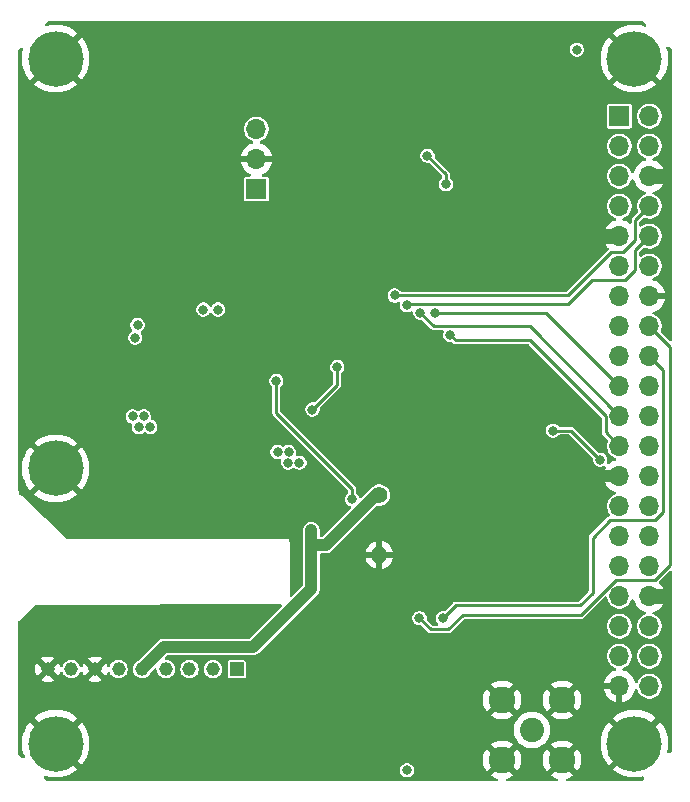
<source format=gbl>
%TF.GenerationSoftware,KiCad,Pcbnew,9.0.1*%
%TF.CreationDate,2025-04-07T05:48:08-07:00*%
%TF.ProjectId,RPi_interface,5250695f-696e-4746-9572-666163652e6b,1.3*%
%TF.SameCoordinates,Original*%
%TF.FileFunction,Copper,L4,Bot*%
%TF.FilePolarity,Positive*%
%FSLAX46Y46*%
G04 Gerber Fmt 4.6, Leading zero omitted, Abs format (unit mm)*
G04 Created by KiCad (PCBNEW 9.0.1) date 2025-04-07 05:48:08*
%MOMM*%
%LPD*%
G01*
G04 APERTURE LIST*
%TA.AperFunction,ComponentPad*%
%ADD10C,4.700000*%
%TD*%
%TA.AperFunction,ComponentPad*%
%ADD11R,1.150000X1.150000*%
%TD*%
%TA.AperFunction,ComponentPad*%
%ADD12C,1.150000*%
%TD*%
%TA.AperFunction,ComponentPad*%
%ADD13C,1.400000*%
%TD*%
%TA.AperFunction,ComponentPad*%
%ADD14O,1.400000X1.400000*%
%TD*%
%TA.AperFunction,ComponentPad*%
%ADD15C,2.050000*%
%TD*%
%TA.AperFunction,ComponentPad*%
%ADD16C,2.250000*%
%TD*%
%TA.AperFunction,ComponentPad*%
%ADD17R,1.700000X1.700000*%
%TD*%
%TA.AperFunction,ComponentPad*%
%ADD18O,1.700000X1.700000*%
%TD*%
%TA.AperFunction,ViaPad*%
%ADD19C,0.800000*%
%TD*%
%TA.AperFunction,Conductor*%
%ADD20C,1.270000*%
%TD*%
%TA.AperFunction,Conductor*%
%ADD21C,1.000000*%
%TD*%
%TA.AperFunction,Conductor*%
%ADD22C,0.250000*%
%TD*%
G04 APERTURE END LIST*
D10*
%TO.P,H5,1,1*%
%TO.N,GND*%
X93500000Y-86200000D03*
%TD*%
D11*
%TO.P,J2,1,1*%
%TO.N,TX*%
X108825000Y-103200000D03*
D12*
%TO.P,J2,2,2*%
%TO.N,RX*%
X106824999Y-103200000D03*
%TO.P,J2,3,3*%
%TO.N,ENAB_RPI*%
X104825000Y-103200000D03*
%TO.P,J2,4,4*%
%TO.N,RPI_RST*%
X102824999Y-103200000D03*
%TO.P,J2,5,5*%
%TO.N,PyCubed_SENSE*%
X100825001Y-103200000D03*
%TO.P,J2,6,6*%
%TO.N,PYCUBED_3V3*%
X98825000Y-103200000D03*
%TO.P,J2,7,7*%
%TO.N,GND*%
X96825001Y-103200000D03*
%TO.P,J2,8,8*%
%TO.N,VBATT*%
X94825000Y-103200000D03*
%TO.P,J2,9,9*%
%TO.N,GND*%
X92824999Y-103200000D03*
%TD*%
D10*
%TO.P,H2,1,1*%
%TO.N,GND*%
X142500000Y-51500000D03*
%TD*%
%TO.P,H4,1,1*%
%TO.N,GND*%
X142500000Y-109500000D03*
%TD*%
%TO.P,H1,1,1*%
%TO.N,GND*%
X93500000Y-51500000D03*
%TD*%
D13*
%TO.P,TH1,1*%
%TO.N,PyCubed_SENSE*%
X120900000Y-88460000D03*
D14*
%TO.P,TH1,2*%
%TO.N,GND*%
X120900000Y-93540000D03*
%TD*%
D10*
%TO.P,H3,1,1*%
%TO.N,GND*%
X93500000Y-109500000D03*
%TD*%
D15*
%TO.P,J4,1,In*%
%TO.N,Net-(J4-In)*%
X133830000Y-108335000D03*
D16*
%TO.P,J4,2,Ext*%
%TO.N,GND*%
X131290000Y-105795000D03*
X131290000Y-110875000D03*
X136370000Y-105795000D03*
X136370000Y-110875000D03*
%TD*%
D17*
%TO.P,J3,1,Pin_1*%
%TO.N,Net-(J3-Pin_1)*%
X110500000Y-62540000D03*
D18*
%TO.P,J3,2,Pin_2*%
%TO.N,GND*%
X110500000Y-60000000D03*
%TO.P,J3,3,Pin_3*%
%TO.N,unconnected-(J3-Pin_3-Pad3)*%
X110500000Y-57460000D03*
%TD*%
D17*
%TO.P,J1,1,Pin_1*%
%TO.N,+3V3*%
X141230000Y-56370000D03*
D18*
%TO.P,J1,2,Pin_2*%
%TO.N,5V*%
X143770000Y-56370000D03*
%TO.P,J1,3,Pin_3*%
%TO.N,unconnected-(J1-Pin_3-Pad3)*%
X141230000Y-58910000D03*
%TO.P,J1,4,Pin_4*%
%TO.N,5V*%
X143770000Y-58910000D03*
%TO.P,J1,5,Pin_5*%
%TO.N,unconnected-(J1-Pin_5-Pad5)*%
X141230000Y-61450000D03*
%TO.P,J1,6,Pin_6*%
%TO.N,GND*%
X143770000Y-61450000D03*
%TO.P,J1,7,Pin_7*%
%TO.N,unconnected-(J1-Pin_7-Pad7)*%
X141230000Y-63990000D03*
%TO.P,J1,8,Pin_8*%
%TO.N,TX*%
X143770000Y-63990000D03*
%TO.P,J1,9,Pin_9*%
%TO.N,GND*%
X141230000Y-66530000D03*
%TO.P,J1,10,Pin_10*%
%TO.N,RX*%
X143770000Y-66530000D03*
%TO.P,J1,11,Pin_11*%
%TO.N,unconnected-(J1-Pin_11-Pad11)*%
X141230000Y-69070000D03*
%TO.P,J1,12,Pin_12*%
%TO.N,unconnected-(J1-Pin_12-Pad12)*%
X143770000Y-69070000D03*
%TO.P,J1,13,Pin_13*%
%TO.N,ENAB_RF*%
X141230000Y-71610000D03*
%TO.P,J1,14,Pin_14*%
%TO.N,GND*%
X143770000Y-71610000D03*
%TO.P,J1,15,Pin_15*%
%TO.N,RF_RST*%
X141230000Y-74150000D03*
%TO.P,J1,16,Pin_16*%
%TO.N,RF_TX_EN*%
X143770000Y-74150000D03*
%TO.P,J1,17,Pin_17*%
%TO.N,unconnected-(J1-Pin_17-Pad17)*%
X141230000Y-76690000D03*
%TO.P,J1,18,Pin_18*%
%TO.N,RF_RX_EN*%
X143770000Y-76690000D03*
%TO.P,J1,19,Pin_19*%
%TO.N,MOSI*%
X141230000Y-79230000D03*
%TO.P,J1,20,Pin_20*%
%TO.N,GND*%
X143770000Y-79230000D03*
%TO.P,J1,21,Pin_21*%
%TO.N,MISO*%
X141230000Y-81770000D03*
%TO.P,J1,22,Pin_22*%
%TO.N,TCXO_EN*%
X143770000Y-81770000D03*
%TO.P,J1,23,Pin_23*%
%TO.N,SCLK*%
X141230000Y-84310000D03*
%TO.P,J1,24,Pin_24*%
%TO.N,unconnected-(J1-Pin_24-Pad24)*%
X143770000Y-84310000D03*
%TO.P,J1,25,Pin_25*%
%TO.N,GND*%
X141230000Y-86850000D03*
%TO.P,J1,26,Pin_26*%
%TO.N,unconnected-(J1-Pin_26-Pad26)*%
X143770000Y-86850000D03*
%TO.P,J1,27,Pin_27*%
%TO.N,unconnected-(J1-Pin_27-Pad27)*%
X141230000Y-89390000D03*
%TO.P,J1,28,Pin_28*%
%TO.N,unconnected-(J1-Pin_28-Pad28)*%
X143770000Y-89390000D03*
%TO.P,J1,29,Pin_29*%
%TO.N,RF_CS*%
X141230000Y-91930000D03*
%TO.P,J1,30,Pin_30*%
%TO.N,GND*%
X143770000Y-91930000D03*
%TO.P,J1,31,Pin_31*%
%TO.N,unconnected-(J1-Pin_31-Pad31)*%
X141230000Y-94470000D03*
%TO.P,J1,32,Pin_32*%
%TO.N,unconnected-(J1-Pin_32-Pad32)*%
X143770000Y-94470000D03*
%TO.P,J1,33,Pin_33*%
%TO.N,unconnected-(J1-Pin_33-Pad33)*%
X141230000Y-97010000D03*
%TO.P,J1,34,Pin_34*%
%TO.N,GND*%
X143770000Y-97010000D03*
%TO.P,J1,35,Pin_35*%
%TO.N,RF_IO1*%
X141230000Y-99550000D03*
%TO.P,J1,36,Pin_36*%
%TO.N,unconnected-(J1-Pin_36-Pad36)*%
X143770000Y-99550000D03*
%TO.P,J1,37,Pin_37*%
%TO.N,RF_BUSY*%
X141230000Y-102090000D03*
%TO.P,J1,38,Pin_38*%
%TO.N,RF_IO2*%
X143770000Y-102090000D03*
%TO.P,J1,39,Pin_39*%
%TO.N,GND*%
X141230000Y-104630000D03*
%TO.P,J1,40,Pin_40*%
%TO.N,RF_IO3*%
X143770000Y-104630000D03*
%TD*%
D19*
%TO.N,GND*%
X109010000Y-83625000D03*
X131175000Y-64800000D03*
X97400000Y-101000000D03*
X130135000Y-88410000D03*
X129185000Y-88410000D03*
X117375000Y-59150000D03*
X129185000Y-89285000D03*
X106686341Y-77163659D03*
X97400000Y-101800000D03*
X98000000Y-111000000D03*
X98000000Y-112000000D03*
X107561341Y-74288659D03*
X132050000Y-64800000D03*
X131085000Y-89285000D03*
X93600000Y-99400000D03*
X97000000Y-108000000D03*
X92600000Y-100600000D03*
X109885000Y-83625000D03*
X131175000Y-63850000D03*
X130350000Y-54125000D03*
X107561341Y-75238659D03*
X105811341Y-74288659D03*
X138900000Y-68250000D03*
X126300000Y-55325000D03*
X125425000Y-54375000D03*
X117636341Y-82013659D03*
X97000000Y-110000000D03*
X110325000Y-79000000D03*
X124550000Y-54375000D03*
X124550000Y-52450000D03*
X106686341Y-74288659D03*
X97400000Y-100200000D03*
X97000000Y-112000000D03*
X132925000Y-63850000D03*
X96400000Y-101000000D03*
X132050000Y-63850000D03*
X131300000Y-54125000D03*
X132250000Y-55000000D03*
X130135000Y-89285000D03*
X117375000Y-60100000D03*
X131085000Y-88410000D03*
X126300000Y-52450000D03*
X99000000Y-110000000D03*
X99000000Y-111000000D03*
X109450000Y-79950000D03*
X129185000Y-90160000D03*
X98000000Y-108000000D03*
X133225000Y-55875000D03*
X119725000Y-67600000D03*
X120600000Y-67600000D03*
X125425000Y-52450000D03*
X110325000Y-79950000D03*
X108575000Y-79950000D03*
X132250000Y-55875000D03*
X99000000Y-108000000D03*
X96400000Y-101800000D03*
X98000000Y-109000000D03*
X99000000Y-109000000D03*
X105811341Y-77163659D03*
X107561341Y-77163659D03*
X91600000Y-100600000D03*
X99650000Y-85675000D03*
X97000000Y-111000000D03*
X130350000Y-55875000D03*
X131085000Y-90160000D03*
X98775000Y-84725000D03*
X120600000Y-66650000D03*
X99650000Y-84725000D03*
X130350000Y-55000000D03*
X126300000Y-54375000D03*
X107561341Y-76188659D03*
X116500000Y-60100000D03*
X110760000Y-83625000D03*
X109010000Y-84600000D03*
X91600000Y-99400000D03*
X121475000Y-66650000D03*
X110760000Y-84600000D03*
X93600000Y-100600000D03*
X130135000Y-90160000D03*
X131300000Y-55875000D03*
X105811341Y-75238659D03*
X92600000Y-99400000D03*
X119725000Y-66650000D03*
X124550000Y-55325000D03*
X109450000Y-79000000D03*
X109885000Y-84600000D03*
X126300000Y-53425000D03*
X106686341Y-75238659D03*
X133225000Y-54125000D03*
X108575000Y-79000000D03*
X97000000Y-107000000D03*
X97000000Y-109000000D03*
X132925000Y-64800000D03*
X125425000Y-55325000D03*
X105811341Y-76188659D03*
X124550000Y-53425000D03*
X98000000Y-107000000D03*
X125425000Y-53425000D03*
X131300000Y-55000000D03*
X106686341Y-76188659D03*
X115625000Y-60100000D03*
X132060000Y-90160000D03*
X98000000Y-110000000D03*
X98775000Y-85675000D03*
X132060000Y-88410000D03*
X96400000Y-100200000D03*
X132060000Y-89285000D03*
X121475000Y-67600000D03*
X116500000Y-59150000D03*
X115625000Y-59150000D03*
X99000000Y-107000000D03*
X99000000Y-112000000D03*
X132250000Y-54125000D03*
X133225000Y-55000000D03*
X117636341Y-80013659D03*
%TO.N,5V*%
X100961341Y-81788659D03*
X113236341Y-84813659D03*
X100427500Y-74052500D03*
X106000000Y-72750000D03*
X100236341Y-75125000D03*
X114136341Y-85713659D03*
X107250000Y-72750000D03*
X101511341Y-82688659D03*
X112286341Y-84813659D03*
X137625000Y-50750000D03*
X100011341Y-81788659D03*
X123250000Y-111750000D03*
X100561341Y-82688659D03*
X113186341Y-85713659D03*
%TO.N,Net-(U1-VREG5)*%
X115236341Y-81213659D03*
X117336341Y-77613659D03*
%TO.N,TX*%
X122200000Y-71550000D03*
%TO.N,RX*%
X123250000Y-72374156D03*
%TO.N,RF_TX_EN*%
X124300000Y-98875000D03*
%TO.N,RF_RX_EN*%
X126300000Y-98875000D03*
%TO.N,MOSI*%
X125625000Y-73025000D03*
%TO.N,MISO*%
X124360000Y-73010000D03*
%TO.N,TCXO_EN*%
X126540000Y-62110000D03*
X124975000Y-59725000D03*
%TO.N,SCLK*%
X126900000Y-74900000D03*
%TO.N,RF_CS*%
X139600000Y-85475000D03*
X135600500Y-83000000D03*
%TO.N,PyCubed_SENSE*%
X115150000Y-91450000D03*
%TO.N,ENAB_RPI*%
X112179541Y-78790000D03*
X118600000Y-88800000D03*
%TD*%
D20*
%TO.N,GND*%
X143770000Y-97010000D02*
X144910000Y-97010000D01*
X143770000Y-61450000D02*
X144900000Y-61450000D01*
D21*
X141230000Y-86850000D02*
X138825000Y-86850000D01*
D20*
X141230000Y-66530000D02*
X139680000Y-66530000D01*
D22*
%TO.N,Net-(U1-VREG5)*%
X117336341Y-77613659D02*
X117336341Y-79113659D01*
X117336341Y-79113659D02*
X115236341Y-81213659D01*
%TO.N,TX*%
X142585000Y-66836701D02*
X142585000Y-65175000D01*
X141526701Y-67895000D02*
X142585000Y-66836701D01*
X136875000Y-71550000D02*
X140530000Y-67895000D01*
X122200000Y-71550000D02*
X136875000Y-71550000D01*
X140530000Y-67895000D02*
X141526701Y-67895000D01*
X142585000Y-65175000D02*
X143770000Y-63990000D01*
%TO.N,RX*%
X142575000Y-67725000D02*
X143770000Y-66530000D01*
X136905000Y-72275000D02*
X123349156Y-72275000D01*
X136905000Y-72275000D02*
X138935000Y-70245000D01*
X138935000Y-70245000D02*
X141716701Y-70245000D01*
X141716701Y-70245000D02*
X142575000Y-69386701D01*
X123349156Y-72275000D02*
X123250000Y-72374156D01*
X142575000Y-69386701D02*
X142575000Y-67725000D01*
%TO.N,RF_TX_EN*%
X124300000Y-98875000D02*
X125250000Y-99825000D01*
X144256701Y-95645000D02*
X145550000Y-94351701D01*
X125250000Y-99825000D02*
X126750000Y-99825000D01*
X140933299Y-95645000D02*
X144256701Y-95645000D01*
X145550000Y-75930000D02*
X143770000Y-74150000D01*
X126750000Y-99825000D02*
X127975000Y-98600000D01*
X145550000Y-94351701D02*
X145550000Y-75930000D01*
X127975000Y-98600000D02*
X137978299Y-98600000D01*
X137978299Y-98600000D02*
X140933299Y-95645000D01*
%TO.N,RF_RX_EN*%
X138950000Y-96725000D02*
X138950000Y-92050000D01*
X137875000Y-97800000D02*
X138950000Y-96725000D01*
X138950000Y-92050000D02*
X140435000Y-90565000D01*
X144945000Y-77865000D02*
X143770000Y-76690000D01*
X127375000Y-97800000D02*
X137875000Y-97800000D01*
X144945000Y-89876701D02*
X144945000Y-77865000D01*
X126300000Y-98875000D02*
X127375000Y-97800000D01*
X144256701Y-90565000D02*
X144945000Y-89876701D01*
X140435000Y-90565000D02*
X144256701Y-90565000D01*
%TO.N,MOSI*%
X125625000Y-73025000D02*
X135025000Y-73025000D01*
X135025000Y-73025000D02*
X141230000Y-79230000D01*
%TO.N,MISO*%
X133635000Y-74175000D02*
X141230000Y-81770000D01*
X125525000Y-74175000D02*
X133635000Y-74175000D01*
X124360000Y-73010000D02*
X125525000Y-74175000D01*
%TO.N,TCXO_EN*%
X126540000Y-62110000D02*
X126540000Y-61290000D01*
X126540000Y-61290000D02*
X124975000Y-59725000D01*
%TO.N,SCLK*%
X140055000Y-81730000D02*
X140055000Y-83155000D01*
X126900000Y-74900000D02*
X127350000Y-75350000D01*
X133675000Y-75350000D02*
X140055000Y-81730000D01*
X140055000Y-83155000D02*
X141210000Y-84310000D01*
X141210000Y-84310000D02*
X141230000Y-84310000D01*
X127350000Y-75350000D02*
X133675000Y-75350000D01*
%TO.N,RF_CS*%
X137125000Y-83000000D02*
X139600000Y-85475000D01*
X135600500Y-83000000D02*
X137125000Y-83000000D01*
D21*
%TO.N,PyCubed_SENSE*%
X120615000Y-88460000D02*
X120900000Y-88460000D01*
X115150000Y-92675000D02*
X115150000Y-91450000D01*
X100900000Y-103100000D02*
X102700000Y-101300000D01*
X110231371Y-101300000D02*
X115150000Y-96381371D01*
X115150000Y-96381371D02*
X115150000Y-92675000D01*
X115150000Y-92675000D02*
X116400000Y-92675000D01*
X102700000Y-101300000D02*
X110231371Y-101300000D01*
X116400000Y-92675000D02*
X120615000Y-88460000D01*
D22*
%TO.N,ENAB_RPI*%
X112179541Y-81506859D02*
X118600000Y-87927318D01*
X118600000Y-87927318D02*
X118600000Y-88800000D01*
X112179541Y-78790000D02*
X112179541Y-81506859D01*
%TD*%
%TA.AperFunction,Conductor*%
%TO.N,GND*%
G36*
X142995043Y-48300694D02*
G01*
X143167512Y-48310380D01*
X143233340Y-48333791D01*
X143247852Y-48346117D01*
X143475730Y-48571996D01*
X143509485Y-48633171D01*
X143504808Y-48702884D01*
X143463183Y-48759002D01*
X143397827Y-48783707D01*
X143347482Y-48777105D01*
X143290225Y-48757070D01*
X143290227Y-48757070D01*
X142978144Y-48685840D01*
X142978130Y-48685837D01*
X142660059Y-48650000D01*
X142339940Y-48650000D01*
X142021869Y-48685837D01*
X142021855Y-48685840D01*
X141709772Y-48757070D01*
X141709764Y-48757073D01*
X141407630Y-48862795D01*
X141119231Y-49001681D01*
X140848189Y-49171988D01*
X140668687Y-49315134D01*
X141738282Y-50384728D01*
X141620534Y-50470278D01*
X141470278Y-50620534D01*
X141384729Y-50738282D01*
X140315134Y-49668687D01*
X140171988Y-49848189D01*
X140001681Y-50119231D01*
X139862795Y-50407630D01*
X139757073Y-50709764D01*
X139757070Y-50709772D01*
X139685840Y-51021855D01*
X139685837Y-51021869D01*
X139650000Y-51339940D01*
X139650000Y-51660059D01*
X139685837Y-51978130D01*
X139685840Y-51978144D01*
X139757070Y-52290227D01*
X139757073Y-52290235D01*
X139862795Y-52592369D01*
X140001681Y-52880768D01*
X140171988Y-53151810D01*
X140315134Y-53331311D01*
X141384728Y-52261716D01*
X141470278Y-52379466D01*
X141620534Y-52529722D01*
X141738281Y-52615270D01*
X140668687Y-53684864D01*
X140848189Y-53828011D01*
X141119231Y-53998318D01*
X141407630Y-54137204D01*
X141709764Y-54242926D01*
X141709772Y-54242929D01*
X142021855Y-54314159D01*
X142021869Y-54314162D01*
X142339940Y-54349999D01*
X142339944Y-54350000D01*
X142660056Y-54350000D01*
X142660059Y-54349999D01*
X142978130Y-54314162D01*
X142978144Y-54314159D01*
X143290227Y-54242929D01*
X143290235Y-54242926D01*
X143592369Y-54137204D01*
X143880768Y-53998318D01*
X144151810Y-53828011D01*
X144331311Y-53684863D01*
X143261718Y-52615270D01*
X143379466Y-52529722D01*
X143529722Y-52379466D01*
X143615270Y-52261717D01*
X144684863Y-53331311D01*
X144828011Y-53151810D01*
X144998318Y-52880768D01*
X145137204Y-52592369D01*
X145242926Y-52290235D01*
X145242929Y-52290227D01*
X145314159Y-51978144D01*
X145314162Y-51978130D01*
X145349999Y-51660059D01*
X145350000Y-51660055D01*
X145350000Y-51339944D01*
X145349999Y-51339940D01*
X145314162Y-51021869D01*
X145314159Y-51021855D01*
X145242929Y-50709772D01*
X145242926Y-50709764D01*
X145213724Y-50626308D01*
X145210162Y-50556529D01*
X145244890Y-50495902D01*
X145306884Y-50463674D01*
X145376459Y-50470079D01*
X145418059Y-50497287D01*
X145651853Y-50729031D01*
X145665187Y-50753196D01*
X145681390Y-50775546D01*
X145683618Y-50786599D01*
X145685608Y-50790206D01*
X145688364Y-50810144D01*
X145699305Y-51004955D01*
X145699500Y-51011908D01*
X145699500Y-75319811D01*
X145679815Y-75386850D01*
X145627011Y-75432605D01*
X145557853Y-75442549D01*
X145494297Y-75413524D01*
X145487819Y-75407492D01*
X144767431Y-74687104D01*
X144733946Y-74625781D01*
X144738930Y-74556089D01*
X144740551Y-74551970D01*
X144780130Y-74456420D01*
X144820500Y-74253465D01*
X144820500Y-74046535D01*
X144780130Y-73843580D01*
X144700941Y-73652402D01*
X144585977Y-73480345D01*
X144585975Y-73480342D01*
X144439657Y-73334024D01*
X144353626Y-73276541D01*
X144267598Y-73219059D01*
X144267593Y-73219057D01*
X144205891Y-73193499D01*
X144102890Y-73150834D01*
X144048488Y-73106994D01*
X144026423Y-73040700D01*
X144043702Y-72973001D01*
X144094839Y-72925390D01*
X144112026Y-72918343D01*
X144288217Y-72861095D01*
X144477557Y-72764620D01*
X144649459Y-72639727D01*
X144649464Y-72639723D01*
X144799723Y-72489464D01*
X144799727Y-72489459D01*
X144924620Y-72317557D01*
X145021095Y-72128217D01*
X145086757Y-71926129D01*
X145086757Y-71926126D01*
X145097231Y-71860000D01*
X144203012Y-71860000D01*
X144235925Y-71802993D01*
X144270000Y-71675826D01*
X144270000Y-71544174D01*
X144235925Y-71417007D01*
X144203012Y-71360000D01*
X145097231Y-71360000D01*
X145086757Y-71293873D01*
X145086757Y-71293870D01*
X145021095Y-71091782D01*
X144924620Y-70902442D01*
X144799727Y-70730540D01*
X144799723Y-70730535D01*
X144649464Y-70580276D01*
X144649459Y-70580272D01*
X144477557Y-70455379D01*
X144288216Y-70358904D01*
X144112026Y-70301656D01*
X144054350Y-70262218D01*
X144027152Y-70197860D01*
X144039067Y-70129013D01*
X144086311Y-70077538D01*
X144102882Y-70069168D01*
X144267598Y-70000941D01*
X144439655Y-69885977D01*
X144585977Y-69739655D01*
X144700941Y-69567598D01*
X144780130Y-69376420D01*
X144820500Y-69173465D01*
X144820500Y-68966535D01*
X144780130Y-68763580D01*
X144700941Y-68572402D01*
X144585977Y-68400345D01*
X144585975Y-68400342D01*
X144439657Y-68254024D01*
X144345019Y-68190790D01*
X144267598Y-68139059D01*
X144076420Y-68059870D01*
X144076412Y-68059868D01*
X143873469Y-68019500D01*
X143873465Y-68019500D01*
X143666535Y-68019500D01*
X143666530Y-68019500D01*
X143463587Y-68059868D01*
X143463579Y-68059870D01*
X143272403Y-68139058D01*
X143110379Y-68247318D01*
X143100347Y-68254022D01*
X143095279Y-68257408D01*
X143094056Y-68255578D01*
X143088248Y-68258045D01*
X143076011Y-68268649D01*
X143056753Y-68271417D01*
X143038845Y-68279022D01*
X143022884Y-68276287D01*
X143006853Y-68278593D01*
X142989153Y-68270509D01*
X142969978Y-68267225D01*
X142958029Y-68256295D01*
X142943297Y-68249568D01*
X142932777Y-68233199D01*
X142918422Y-68220069D01*
X142913879Y-68203792D01*
X142905523Y-68190790D01*
X142900500Y-68155855D01*
X142900500Y-67911188D01*
X142920185Y-67844149D01*
X142936815Y-67823511D01*
X143232895Y-67527430D01*
X143294218Y-67493946D01*
X143363910Y-67498930D01*
X143368023Y-67500548D01*
X143463580Y-67540130D01*
X143611229Y-67569499D01*
X143666530Y-67580499D01*
X143666534Y-67580500D01*
X143666535Y-67580500D01*
X143873466Y-67580500D01*
X143873467Y-67580499D01*
X144076420Y-67540130D01*
X144267598Y-67460941D01*
X144439655Y-67345977D01*
X144585977Y-67199655D01*
X144700941Y-67027598D01*
X144780130Y-66836420D01*
X144820500Y-66633465D01*
X144820500Y-66426535D01*
X144780130Y-66223580D01*
X144700941Y-66032402D01*
X144585977Y-65860345D01*
X144585975Y-65860342D01*
X144439657Y-65714024D01*
X144334588Y-65643820D01*
X144267598Y-65599059D01*
X144076420Y-65519870D01*
X144076412Y-65519868D01*
X143873469Y-65479500D01*
X143873465Y-65479500D01*
X143666535Y-65479500D01*
X143666530Y-65479500D01*
X143463587Y-65519868D01*
X143463579Y-65519870D01*
X143272403Y-65599058D01*
X143103390Y-65711988D01*
X143093689Y-65715025D01*
X143086011Y-65721679D01*
X143060913Y-65725287D01*
X143036713Y-65732865D01*
X143026913Y-65730176D01*
X143016853Y-65731623D01*
X142993784Y-65721088D01*
X142969333Y-65714380D01*
X142962542Y-65706820D01*
X142953297Y-65702598D01*
X142939586Y-65681263D01*
X142922643Y-65662401D01*
X142920011Y-65650804D01*
X142915523Y-65643820D01*
X142910500Y-65608885D01*
X142910500Y-65361188D01*
X142930185Y-65294149D01*
X142946815Y-65273511D01*
X143232895Y-64987430D01*
X143294218Y-64953946D01*
X143363910Y-64958930D01*
X143368023Y-64960548D01*
X143463580Y-65000130D01*
X143628855Y-65033005D01*
X143666530Y-65040499D01*
X143666534Y-65040500D01*
X143666535Y-65040500D01*
X143873466Y-65040500D01*
X143873467Y-65040499D01*
X144076420Y-65000130D01*
X144267598Y-64920941D01*
X144439655Y-64805977D01*
X144585977Y-64659655D01*
X144700941Y-64487598D01*
X144780130Y-64296420D01*
X144820500Y-64093465D01*
X144820500Y-63886535D01*
X144780130Y-63683580D01*
X144700941Y-63492402D01*
X144585977Y-63320345D01*
X144585975Y-63320342D01*
X144439657Y-63174024D01*
X144353626Y-63116541D01*
X144267598Y-63059059D01*
X144267593Y-63059057D01*
X144205891Y-63033499D01*
X144102890Y-62990834D01*
X144048488Y-62946994D01*
X144026423Y-62880700D01*
X144043702Y-62813001D01*
X144094839Y-62765390D01*
X144112026Y-62758343D01*
X144288217Y-62701095D01*
X144477557Y-62604620D01*
X144649459Y-62479727D01*
X144649464Y-62479723D01*
X144799723Y-62329464D01*
X144799727Y-62329459D01*
X144924620Y-62157557D01*
X145021095Y-61968217D01*
X145086757Y-61766129D01*
X145086757Y-61766126D01*
X145097231Y-61700000D01*
X144203012Y-61700000D01*
X144235925Y-61642993D01*
X144270000Y-61515826D01*
X144270000Y-61384174D01*
X144235925Y-61257007D01*
X144203012Y-61200000D01*
X145097231Y-61200000D01*
X145086757Y-61133873D01*
X145086757Y-61133870D01*
X145021095Y-60931782D01*
X144924620Y-60742442D01*
X144799727Y-60570540D01*
X144799723Y-60570535D01*
X144649464Y-60420276D01*
X144649459Y-60420272D01*
X144477557Y-60295379D01*
X144288216Y-60198904D01*
X144112026Y-60141656D01*
X144054350Y-60102218D01*
X144027152Y-60037860D01*
X144039067Y-59969013D01*
X144086311Y-59917538D01*
X144102882Y-59909168D01*
X144267598Y-59840941D01*
X144439655Y-59725977D01*
X144585977Y-59579655D01*
X144700941Y-59407598D01*
X144780130Y-59216420D01*
X144820500Y-59013465D01*
X144820500Y-58806535D01*
X144780130Y-58603580D01*
X144700941Y-58412402D01*
X144585977Y-58240345D01*
X144585975Y-58240342D01*
X144439657Y-58094024D01*
X144353626Y-58036541D01*
X144267598Y-57979059D01*
X144076420Y-57899870D01*
X144076412Y-57899868D01*
X143873469Y-57859500D01*
X143873465Y-57859500D01*
X143666535Y-57859500D01*
X143666530Y-57859500D01*
X143463587Y-57899868D01*
X143463579Y-57899870D01*
X143272403Y-57979058D01*
X143100342Y-58094024D01*
X142954024Y-58240342D01*
X142839058Y-58412403D01*
X142759870Y-58603579D01*
X142759868Y-58603587D01*
X142719500Y-58806530D01*
X142719500Y-59013469D01*
X142759868Y-59216412D01*
X142759870Y-59216420D01*
X142839058Y-59407596D01*
X142954024Y-59579657D01*
X143100342Y-59725975D01*
X143272405Y-59840943D01*
X143375043Y-59883456D01*
X143437108Y-59909164D01*
X143491511Y-59953005D01*
X143513576Y-60019299D01*
X143496297Y-60086998D01*
X143445160Y-60134609D01*
X143427974Y-60141656D01*
X143251781Y-60198905D01*
X143062442Y-60295379D01*
X142890540Y-60420272D01*
X142890535Y-60420276D01*
X142740276Y-60570535D01*
X142740272Y-60570540D01*
X142615379Y-60742442D01*
X142518905Y-60931781D01*
X142461656Y-61107974D01*
X142422218Y-61165649D01*
X142357859Y-61192847D01*
X142289013Y-61180932D01*
X142237537Y-61133688D01*
X142229164Y-61117107D01*
X142217994Y-61090141D01*
X142192969Y-61029723D01*
X142160943Y-60952405D01*
X142045975Y-60780342D01*
X141899657Y-60634024D01*
X141804638Y-60570535D01*
X141727598Y-60519059D01*
X141725565Y-60518217D01*
X141536420Y-60439870D01*
X141536412Y-60439868D01*
X141333469Y-60399500D01*
X141333465Y-60399500D01*
X141126535Y-60399500D01*
X141126530Y-60399500D01*
X140923587Y-60439868D01*
X140923579Y-60439870D01*
X140732403Y-60519058D01*
X140560342Y-60634024D01*
X140414024Y-60780342D01*
X140299058Y-60952403D01*
X140219870Y-61143579D01*
X140219868Y-61143587D01*
X140179500Y-61346530D01*
X140179500Y-61553469D01*
X140219868Y-61756412D01*
X140219870Y-61756420D01*
X140285939Y-61915925D01*
X140299059Y-61947598D01*
X140312836Y-61968217D01*
X140414024Y-62119657D01*
X140560342Y-62265975D01*
X140560345Y-62265977D01*
X140732402Y-62380941D01*
X140923580Y-62460130D01*
X141126530Y-62500499D01*
X141126534Y-62500500D01*
X141126535Y-62500500D01*
X141333466Y-62500500D01*
X141333467Y-62500499D01*
X141536420Y-62460130D01*
X141727598Y-62380941D01*
X141899655Y-62265977D01*
X142045977Y-62119655D01*
X142160941Y-61947598D01*
X142229165Y-61782889D01*
X142273004Y-61728488D01*
X142339298Y-61706423D01*
X142406998Y-61723702D01*
X142454609Y-61774839D01*
X142461656Y-61792026D01*
X142518904Y-61968216D01*
X142615379Y-62157557D01*
X142740272Y-62329459D01*
X142740276Y-62329464D01*
X142890535Y-62479723D01*
X142890540Y-62479727D01*
X143062442Y-62604620D01*
X143251782Y-62701095D01*
X143427973Y-62758343D01*
X143485648Y-62797780D01*
X143512847Y-62862139D01*
X143500932Y-62930985D01*
X143453688Y-62982461D01*
X143437108Y-62990835D01*
X143272403Y-63059057D01*
X143100342Y-63174024D01*
X142954024Y-63320342D01*
X142839058Y-63492403D01*
X142759870Y-63683579D01*
X142759868Y-63683587D01*
X142719500Y-63886530D01*
X142719500Y-64093469D01*
X142759868Y-64296412D01*
X142759870Y-64296420D01*
X142799448Y-64391969D01*
X142806917Y-64461438D01*
X142775642Y-64523918D01*
X142772568Y-64527103D01*
X142324537Y-64975135D01*
X142324533Y-64975141D01*
X142281681Y-65049361D01*
X142281682Y-65049362D01*
X142259500Y-65132147D01*
X142259500Y-65365919D01*
X142239815Y-65432958D01*
X142187011Y-65478713D01*
X142117853Y-65488657D01*
X142062615Y-65466238D01*
X141937553Y-65375376D01*
X141748216Y-65278904D01*
X141572026Y-65221656D01*
X141514350Y-65182218D01*
X141487152Y-65117860D01*
X141499067Y-65049013D01*
X141546311Y-64997538D01*
X141562882Y-64989168D01*
X141727598Y-64920941D01*
X141899655Y-64805977D01*
X142045977Y-64659655D01*
X142160941Y-64487598D01*
X142240130Y-64296420D01*
X142280500Y-64093465D01*
X142280500Y-63886535D01*
X142240130Y-63683580D01*
X142160941Y-63492402D01*
X142045977Y-63320345D01*
X142045975Y-63320342D01*
X141899657Y-63174024D01*
X141813626Y-63116541D01*
X141727598Y-63059059D01*
X141727593Y-63059057D01*
X141536420Y-62979870D01*
X141536412Y-62979868D01*
X141333469Y-62939500D01*
X141333465Y-62939500D01*
X141126535Y-62939500D01*
X141126530Y-62939500D01*
X140923587Y-62979868D01*
X140923579Y-62979870D01*
X140732403Y-63059058D01*
X140560342Y-63174024D01*
X140414024Y-63320342D01*
X140299058Y-63492403D01*
X140219870Y-63683579D01*
X140219868Y-63683587D01*
X140179500Y-63886530D01*
X140179500Y-64093469D01*
X140219868Y-64296412D01*
X140219870Y-64296420D01*
X140299058Y-64487596D01*
X140414024Y-64659657D01*
X140560342Y-64805975D01*
X140732405Y-64920943D01*
X140824115Y-64958930D01*
X140897108Y-64989164D01*
X140951511Y-65033005D01*
X140973576Y-65099299D01*
X140956297Y-65166998D01*
X140905160Y-65214609D01*
X140887974Y-65221656D01*
X140711781Y-65278905D01*
X140522442Y-65375379D01*
X140350540Y-65500272D01*
X140350535Y-65500276D01*
X140200276Y-65650535D01*
X140200272Y-65650540D01*
X140075379Y-65822442D01*
X139978904Y-66011782D01*
X139913242Y-66213870D01*
X139913242Y-66213873D01*
X139902769Y-66280000D01*
X140796988Y-66280000D01*
X140764075Y-66337007D01*
X140730000Y-66464174D01*
X140730000Y-66595826D01*
X140764075Y-66722993D01*
X140796988Y-66780000D01*
X139902769Y-66780000D01*
X139913242Y-66846126D01*
X139913242Y-66846129D01*
X139978904Y-67048217D01*
X140075379Y-67237557D01*
X140200272Y-67409459D01*
X140200276Y-67409464D01*
X140290061Y-67499249D01*
X140294398Y-67507192D01*
X140301645Y-67512617D01*
X140310881Y-67537378D01*
X140323546Y-67560572D01*
X140322900Y-67569599D01*
X140326064Y-67578081D01*
X140320447Y-67603904D01*
X140318562Y-67630264D01*
X140312744Y-67639315D01*
X140311214Y-67646354D01*
X140290063Y-67674609D01*
X140269537Y-67695136D01*
X136776492Y-71188181D01*
X136715169Y-71221666D01*
X136688811Y-71224500D01*
X122774830Y-71224500D01*
X122707791Y-71204815D01*
X122687320Y-71185977D01*
X122686267Y-71187031D01*
X122568717Y-71069481D01*
X122568709Y-71069475D01*
X122431790Y-70990426D01*
X122431786Y-70990424D01*
X122431784Y-70990423D01*
X122279057Y-70949500D01*
X122120943Y-70949500D01*
X121968216Y-70990423D01*
X121968209Y-70990426D01*
X121831290Y-71069475D01*
X121831282Y-71069481D01*
X121719481Y-71181282D01*
X121719475Y-71181290D01*
X121640426Y-71318209D01*
X121640423Y-71318216D01*
X121599500Y-71470943D01*
X121599500Y-71629057D01*
X121628156Y-71736000D01*
X121640423Y-71781783D01*
X121640426Y-71781790D01*
X121719475Y-71918709D01*
X121719479Y-71918714D01*
X121719480Y-71918716D01*
X121831284Y-72030520D01*
X121831286Y-72030521D01*
X121831290Y-72030524D01*
X121909928Y-72075925D01*
X121968216Y-72109577D01*
X122120943Y-72150500D01*
X122120945Y-72150500D01*
X122279055Y-72150500D01*
X122279057Y-72150500D01*
X122431784Y-72109577D01*
X122488901Y-72076600D01*
X122556796Y-72060129D01*
X122622823Y-72082981D01*
X122666014Y-72137902D01*
X122672656Y-72207455D01*
X122670672Y-72216081D01*
X122649500Y-72295097D01*
X122649500Y-72295099D01*
X122649500Y-72453213D01*
X122688966Y-72600500D01*
X122690423Y-72605939D01*
X122690426Y-72605946D01*
X122769475Y-72742865D01*
X122769479Y-72742870D01*
X122769480Y-72742872D01*
X122881284Y-72854676D01*
X122881286Y-72854677D01*
X122881290Y-72854680D01*
X123018209Y-72933729D01*
X123018216Y-72933733D01*
X123170943Y-72974656D01*
X123170945Y-72974656D01*
X123329055Y-72974656D01*
X123329057Y-72974656D01*
X123481784Y-72933733D01*
X123573500Y-72880780D01*
X123641400Y-72864308D01*
X123707427Y-72887161D01*
X123750618Y-72942082D01*
X123759500Y-72988168D01*
X123759500Y-73089057D01*
X123797405Y-73230518D01*
X123800423Y-73241783D01*
X123800426Y-73241790D01*
X123879475Y-73378709D01*
X123879479Y-73378714D01*
X123879480Y-73378716D01*
X123991284Y-73490520D01*
X123991286Y-73490521D01*
X123991290Y-73490524D01*
X124128209Y-73569573D01*
X124128216Y-73569577D01*
X124280943Y-73610500D01*
X124280945Y-73610500D01*
X124447185Y-73610500D01*
X124447185Y-73613683D01*
X124501398Y-73622102D01*
X124536302Y-73646629D01*
X125264533Y-74374859D01*
X125264535Y-74374862D01*
X125325138Y-74435465D01*
X125355510Y-74453000D01*
X125399361Y-74478318D01*
X125482147Y-74500500D01*
X125567853Y-74500500D01*
X126224314Y-74500500D01*
X126291353Y-74520185D01*
X126337108Y-74572989D01*
X126347052Y-74642147D01*
X126342087Y-74660247D01*
X126342527Y-74660365D01*
X126340423Y-74668214D01*
X126340423Y-74668216D01*
X126299500Y-74820943D01*
X126299500Y-74979057D01*
X126329103Y-75089535D01*
X126340423Y-75131783D01*
X126340426Y-75131790D01*
X126419475Y-75268709D01*
X126419479Y-75268714D01*
X126419480Y-75268716D01*
X126531284Y-75380520D01*
X126531286Y-75380521D01*
X126531290Y-75380524D01*
X126638722Y-75442549D01*
X126668216Y-75459577D01*
X126820943Y-75500500D01*
X126820945Y-75500500D01*
X126987185Y-75500500D01*
X126987185Y-75503683D01*
X127041398Y-75512102D01*
X127076302Y-75536629D01*
X127150138Y-75610465D01*
X127224361Y-75653318D01*
X127307147Y-75675500D01*
X133488811Y-75675500D01*
X133555850Y-75695185D01*
X133576492Y-75711819D01*
X139693181Y-81828507D01*
X139726666Y-81889830D01*
X139729500Y-81916188D01*
X139729500Y-83197852D01*
X139751682Y-83280640D01*
X139773108Y-83317750D01*
X139794535Y-83354862D01*
X139794537Y-83354864D01*
X140226710Y-83787037D01*
X140260195Y-83848360D01*
X140255211Y-83918052D01*
X140253591Y-83922169D01*
X140219871Y-84003579D01*
X140219869Y-84003583D01*
X140219867Y-84003587D01*
X140179500Y-84206530D01*
X140179500Y-84413469D01*
X140219868Y-84616412D01*
X140219870Y-84616420D01*
X140299058Y-84807596D01*
X140414024Y-84979657D01*
X140560342Y-85125975D01*
X140732405Y-85240943D01*
X140835043Y-85283456D01*
X140897108Y-85309164D01*
X140951511Y-85353005D01*
X140973576Y-85419299D01*
X140956297Y-85486998D01*
X140905160Y-85534609D01*
X140887974Y-85541656D01*
X140711781Y-85598905D01*
X140522446Y-85695376D01*
X140358942Y-85814168D01*
X140293135Y-85837647D01*
X140225081Y-85821821D01*
X140176387Y-85771715D01*
X140162512Y-85703237D01*
X140166279Y-85681771D01*
X140200500Y-85554057D01*
X140200500Y-85395943D01*
X140159577Y-85243216D01*
X140125551Y-85184280D01*
X140080524Y-85106290D01*
X140080518Y-85106282D01*
X139968717Y-84994481D01*
X139968709Y-84994475D01*
X139831790Y-84915426D01*
X139831786Y-84915424D01*
X139831784Y-84915423D01*
X139679057Y-84874500D01*
X139520943Y-84874500D01*
X139512816Y-84874500D01*
X139512816Y-84871334D01*
X139458493Y-84862846D01*
X139423696Y-84838370D01*
X138397729Y-83812403D01*
X137324862Y-82739535D01*
X137287750Y-82718108D01*
X137250640Y-82696682D01*
X137209246Y-82685591D01*
X137167853Y-82674500D01*
X137167852Y-82674500D01*
X136175330Y-82674500D01*
X136108291Y-82654815D01*
X136087820Y-82635977D01*
X136086767Y-82637031D01*
X135969217Y-82519481D01*
X135969209Y-82519475D01*
X135832290Y-82440426D01*
X135832286Y-82440424D01*
X135832284Y-82440423D01*
X135679557Y-82399500D01*
X135521443Y-82399500D01*
X135368716Y-82440423D01*
X135368709Y-82440426D01*
X135231790Y-82519475D01*
X135231782Y-82519481D01*
X135119981Y-82631282D01*
X135119975Y-82631290D01*
X135040926Y-82768209D01*
X135040923Y-82768216D01*
X135000000Y-82920943D01*
X135000000Y-83079057D01*
X135031832Y-83197853D01*
X135040923Y-83231783D01*
X135040926Y-83231790D01*
X135119975Y-83368709D01*
X135119979Y-83368714D01*
X135119980Y-83368716D01*
X135231784Y-83480520D01*
X135231786Y-83480521D01*
X135231790Y-83480524D01*
X135368709Y-83559573D01*
X135368716Y-83559577D01*
X135521443Y-83600500D01*
X135521445Y-83600500D01*
X135679555Y-83600500D01*
X135679557Y-83600500D01*
X135832284Y-83559577D01*
X135969216Y-83480520D01*
X136081020Y-83368716D01*
X136081020Y-83368715D01*
X136086767Y-83362969D01*
X136089012Y-83365214D01*
X136133355Y-83332821D01*
X136175330Y-83325500D01*
X136938811Y-83325500D01*
X137005850Y-83345185D01*
X137026492Y-83361819D01*
X137997813Y-84333140D01*
X138963370Y-85298696D01*
X138996855Y-85360019D01*
X138998018Y-85387816D01*
X138999500Y-85387816D01*
X138999500Y-85395943D01*
X138999500Y-85554057D01*
X139037367Y-85695376D01*
X139040423Y-85706783D01*
X139040426Y-85706790D01*
X139119475Y-85843709D01*
X139119479Y-85843714D01*
X139119480Y-85843716D01*
X139231284Y-85955520D01*
X139231286Y-85955521D01*
X139231290Y-85955524D01*
X139352158Y-86025306D01*
X139368216Y-86034577D01*
X139520943Y-86075500D01*
X139520945Y-86075500D01*
X139679055Y-86075500D01*
X139679057Y-86075500D01*
X139831784Y-86034577D01*
X139892240Y-85999673D01*
X139960137Y-85983201D01*
X140026164Y-86006053D01*
X140069354Y-86060974D01*
X140075996Y-86130528D01*
X140064722Y-86163356D01*
X139978904Y-86331782D01*
X139913242Y-86533870D01*
X139913242Y-86533873D01*
X139902769Y-86600000D01*
X140796988Y-86600000D01*
X140764075Y-86657007D01*
X140730000Y-86784174D01*
X140730000Y-86915826D01*
X140764075Y-87042993D01*
X140796988Y-87100000D01*
X139902769Y-87100000D01*
X139913242Y-87166126D01*
X139913242Y-87166129D01*
X139978904Y-87368217D01*
X140075379Y-87557557D01*
X140200272Y-87729459D01*
X140200276Y-87729464D01*
X140350535Y-87879723D01*
X140350540Y-87879727D01*
X140522442Y-88004620D01*
X140711782Y-88101095D01*
X140887973Y-88158343D01*
X140945648Y-88197780D01*
X140972847Y-88262139D01*
X140960932Y-88330985D01*
X140913688Y-88382461D01*
X140897108Y-88390835D01*
X140732403Y-88459057D01*
X140560342Y-88574024D01*
X140414024Y-88720342D01*
X140299058Y-88892403D01*
X140219870Y-89083579D01*
X140219868Y-89083587D01*
X140179500Y-89286530D01*
X140179500Y-89493469D01*
X140219868Y-89696412D01*
X140219870Y-89696420D01*
X140299059Y-89887598D01*
X140369936Y-89993674D01*
X140416485Y-90063340D01*
X140437362Y-90130017D01*
X140418877Y-90197397D01*
X140366898Y-90244087D01*
X140345477Y-90252004D01*
X140309362Y-90261681D01*
X140309361Y-90261681D01*
X140235138Y-90304535D01*
X140235135Y-90304537D01*
X138689537Y-91850135D01*
X138689533Y-91850141D01*
X138646681Y-91924361D01*
X138646682Y-91924362D01*
X138624500Y-92007147D01*
X138624500Y-96538811D01*
X138604815Y-96605850D01*
X138588181Y-96626492D01*
X137776492Y-97438181D01*
X137715169Y-97471666D01*
X137688811Y-97474500D01*
X127425465Y-97474500D01*
X127425449Y-97474499D01*
X127417853Y-97474499D01*
X127332148Y-97474499D01*
X127290755Y-97485590D01*
X127249360Y-97496682D01*
X127249355Y-97496685D01*
X127175144Y-97539530D01*
X127175136Y-97539536D01*
X127114533Y-97600140D01*
X126476301Y-98238370D01*
X126414978Y-98271855D01*
X126387184Y-98273014D01*
X126387184Y-98274500D01*
X126220943Y-98274500D01*
X126068216Y-98315423D01*
X126068209Y-98315426D01*
X125931290Y-98394475D01*
X125931282Y-98394481D01*
X125819481Y-98506282D01*
X125819475Y-98506290D01*
X125740426Y-98643209D01*
X125740423Y-98643216D01*
X125699500Y-98795943D01*
X125699500Y-98954057D01*
X125725852Y-99052402D01*
X125740423Y-99106783D01*
X125740426Y-99106790D01*
X125819475Y-99243709D01*
X125819481Y-99243717D01*
X125863583Y-99287819D01*
X125897068Y-99349142D01*
X125892084Y-99418834D01*
X125850212Y-99474767D01*
X125784748Y-99499184D01*
X125775902Y-99499500D01*
X125436189Y-99499500D01*
X125369150Y-99479815D01*
X125348508Y-99463181D01*
X124936629Y-99051302D01*
X124903144Y-98989979D01*
X124901994Y-98962185D01*
X124900500Y-98962185D01*
X124900500Y-98795945D01*
X124900500Y-98795943D01*
X124859577Y-98643216D01*
X124845629Y-98619057D01*
X124780524Y-98506290D01*
X124780518Y-98506282D01*
X124668717Y-98394481D01*
X124668709Y-98394475D01*
X124531790Y-98315426D01*
X124531786Y-98315424D01*
X124531784Y-98315423D01*
X124379057Y-98274500D01*
X124220943Y-98274500D01*
X124068216Y-98315423D01*
X124068209Y-98315426D01*
X123931290Y-98394475D01*
X123931282Y-98394481D01*
X123819481Y-98506282D01*
X123819475Y-98506290D01*
X123740426Y-98643209D01*
X123740423Y-98643216D01*
X123699500Y-98795943D01*
X123699500Y-98954057D01*
X123725852Y-99052402D01*
X123740423Y-99106783D01*
X123740426Y-99106790D01*
X123819475Y-99243709D01*
X123819479Y-99243714D01*
X123819480Y-99243716D01*
X123931284Y-99355520D01*
X123931286Y-99355521D01*
X123931290Y-99355524D01*
X124015992Y-99404426D01*
X124068216Y-99434577D01*
X124220943Y-99475500D01*
X124220945Y-99475500D01*
X124387185Y-99475500D01*
X124387185Y-99478683D01*
X124441398Y-99487102D01*
X124476302Y-99511629D01*
X125050138Y-100085465D01*
X125124361Y-100128318D01*
X125207147Y-100150500D01*
X125207149Y-100150500D01*
X126792851Y-100150500D01*
X126792853Y-100150500D01*
X126875639Y-100128318D01*
X126949862Y-100085465D01*
X127588796Y-99446530D01*
X140179500Y-99446530D01*
X140179500Y-99653469D01*
X140219868Y-99856412D01*
X140219870Y-99856420D01*
X140299058Y-100047596D01*
X140414024Y-100219657D01*
X140560342Y-100365975D01*
X140560345Y-100365977D01*
X140732402Y-100480941D01*
X140923580Y-100560130D01*
X141107260Y-100596666D01*
X141126530Y-100600499D01*
X141126534Y-100600500D01*
X141126535Y-100600500D01*
X141333466Y-100600500D01*
X141333467Y-100600499D01*
X141536420Y-100560130D01*
X141727598Y-100480941D01*
X141899655Y-100365977D01*
X142045977Y-100219655D01*
X142160941Y-100047598D01*
X142240130Y-99856420D01*
X142280500Y-99653465D01*
X142280500Y-99446535D01*
X142240130Y-99243580D01*
X142160941Y-99052402D01*
X142045977Y-98880345D01*
X142045975Y-98880342D01*
X141899657Y-98734024D01*
X141813626Y-98676541D01*
X141727598Y-98619059D01*
X141727593Y-98619057D01*
X141536420Y-98539870D01*
X141536412Y-98539868D01*
X141333469Y-98499500D01*
X141333465Y-98499500D01*
X141126535Y-98499500D01*
X141126530Y-98499500D01*
X140923587Y-98539868D01*
X140923579Y-98539870D01*
X140732403Y-98619058D01*
X140560342Y-98734024D01*
X140414024Y-98880342D01*
X140299058Y-99052403D01*
X140219870Y-99243579D01*
X140219868Y-99243587D01*
X140179500Y-99446530D01*
X127588796Y-99446530D01*
X128073507Y-98961818D01*
X128134830Y-98928334D01*
X128161188Y-98925500D01*
X138021150Y-98925500D01*
X138021152Y-98925500D01*
X138103938Y-98903318D01*
X138178161Y-98860465D01*
X139973264Y-97065360D01*
X140034585Y-97031877D01*
X140104276Y-97036861D01*
X140160210Y-97078733D01*
X140182560Y-97128852D01*
X140219868Y-97316412D01*
X140219870Y-97316420D01*
X140294538Y-97496685D01*
X140299059Y-97507598D01*
X140320399Y-97539536D01*
X140414024Y-97679657D01*
X140560342Y-97825975D01*
X140560345Y-97825977D01*
X140732402Y-97940941D01*
X140923580Y-98020130D01*
X141126530Y-98060499D01*
X141126534Y-98060500D01*
X141126535Y-98060500D01*
X141333466Y-98060500D01*
X141333467Y-98060499D01*
X141536420Y-98020130D01*
X141727598Y-97940941D01*
X141899655Y-97825977D01*
X142045977Y-97679655D01*
X142160941Y-97507598D01*
X142229165Y-97342889D01*
X142273004Y-97288488D01*
X142339298Y-97266423D01*
X142406998Y-97283702D01*
X142454609Y-97334839D01*
X142461656Y-97352026D01*
X142518904Y-97528216D01*
X142615379Y-97717557D01*
X142740272Y-97889459D01*
X142740276Y-97889464D01*
X142890535Y-98039723D01*
X142890540Y-98039727D01*
X143062442Y-98164620D01*
X143251782Y-98261095D01*
X143427973Y-98318343D01*
X143485648Y-98357780D01*
X143512847Y-98422139D01*
X143500932Y-98490985D01*
X143453688Y-98542461D01*
X143437108Y-98550835D01*
X143272403Y-98619057D01*
X143100342Y-98734024D01*
X142954024Y-98880342D01*
X142839058Y-99052403D01*
X142759870Y-99243579D01*
X142759868Y-99243587D01*
X142719500Y-99446530D01*
X142719500Y-99653469D01*
X142759868Y-99856412D01*
X142759870Y-99856420D01*
X142839058Y-100047596D01*
X142954024Y-100219657D01*
X143100342Y-100365975D01*
X143100345Y-100365977D01*
X143272402Y-100480941D01*
X143463580Y-100560130D01*
X143647260Y-100596666D01*
X143666530Y-100600499D01*
X143666534Y-100600500D01*
X143666535Y-100600500D01*
X143873466Y-100600500D01*
X143873467Y-100600499D01*
X144076420Y-100560130D01*
X144267598Y-100480941D01*
X144439655Y-100365977D01*
X144585977Y-100219655D01*
X144700941Y-100047598D01*
X144780130Y-99856420D01*
X144820500Y-99653465D01*
X144820500Y-99446535D01*
X144780130Y-99243580D01*
X144700941Y-99052402D01*
X144585977Y-98880345D01*
X144585975Y-98880342D01*
X144439657Y-98734024D01*
X144353626Y-98676541D01*
X144267598Y-98619059D01*
X144267593Y-98619057D01*
X144205891Y-98593499D01*
X144102890Y-98550834D01*
X144048488Y-98506994D01*
X144026423Y-98440700D01*
X144043702Y-98373001D01*
X144094839Y-98325390D01*
X144112026Y-98318343D01*
X144288217Y-98261095D01*
X144477557Y-98164620D01*
X144649459Y-98039727D01*
X144649464Y-98039723D01*
X144799723Y-97889464D01*
X144799727Y-97889459D01*
X144924620Y-97717557D01*
X145021095Y-97528217D01*
X145086757Y-97326129D01*
X145086757Y-97326126D01*
X145097231Y-97260000D01*
X144203012Y-97260000D01*
X144235925Y-97202993D01*
X144270000Y-97075826D01*
X144270000Y-96944174D01*
X144235925Y-96817007D01*
X144203012Y-96760000D01*
X145097231Y-96760000D01*
X145086757Y-96693873D01*
X145086757Y-96693870D01*
X145021095Y-96491782D01*
X144924620Y-96302442D01*
X144799727Y-96130540D01*
X144799723Y-96130535D01*
X144649466Y-95980278D01*
X144611864Y-95952959D01*
X144569198Y-95897629D01*
X144563219Y-95828016D01*
X144595824Y-95766220D01*
X144596994Y-95765033D01*
X145487821Y-94874206D01*
X145549142Y-94840723D01*
X145618834Y-94845707D01*
X145674767Y-94887579D01*
X145699184Y-94953043D01*
X145699500Y-94961889D01*
X145699500Y-109988090D01*
X145699305Y-109995042D01*
X145699305Y-109995044D01*
X145697160Y-110033235D01*
X145673747Y-110099065D01*
X145661036Y-110113962D01*
X145475753Y-110299245D01*
X145414430Y-110332730D01*
X145344738Y-110327746D01*
X145288805Y-110285874D01*
X145264388Y-110220410D01*
X145267181Y-110183971D01*
X145314159Y-109978144D01*
X145314162Y-109978130D01*
X145349999Y-109660059D01*
X145350000Y-109660055D01*
X145350000Y-109339944D01*
X145349999Y-109339940D01*
X145314162Y-109021869D01*
X145314159Y-109021855D01*
X145242929Y-108709772D01*
X145242926Y-108709764D01*
X145137204Y-108407630D01*
X144998318Y-108119231D01*
X144828011Y-107848189D01*
X144684863Y-107668687D01*
X143615270Y-108738281D01*
X143529722Y-108620534D01*
X143379466Y-108470278D01*
X143261716Y-108384728D01*
X144331311Y-107315134D01*
X144151810Y-107171988D01*
X143880768Y-107001681D01*
X143592369Y-106862795D01*
X143290235Y-106757073D01*
X143290227Y-106757070D01*
X142978144Y-106685840D01*
X142978130Y-106685837D01*
X142660059Y-106650000D01*
X142339940Y-106650000D01*
X142021869Y-106685837D01*
X142021855Y-106685840D01*
X141709772Y-106757070D01*
X141709764Y-106757073D01*
X141407630Y-106862795D01*
X141119231Y-107001681D01*
X140848189Y-107171988D01*
X140668687Y-107315134D01*
X141738282Y-108384729D01*
X141620534Y-108470278D01*
X141470278Y-108620534D01*
X141384729Y-108738282D01*
X140315134Y-107668687D01*
X140171988Y-107848189D01*
X140001681Y-108119231D01*
X139862795Y-108407630D01*
X139757073Y-108709764D01*
X139757070Y-108709772D01*
X139685840Y-109021855D01*
X139685837Y-109021869D01*
X139650000Y-109339940D01*
X139650000Y-109660059D01*
X139685837Y-109978130D01*
X139685840Y-109978144D01*
X139757070Y-110290227D01*
X139757073Y-110290235D01*
X139862795Y-110592369D01*
X140001681Y-110880768D01*
X140171988Y-111151810D01*
X140315134Y-111331311D01*
X141384728Y-110261716D01*
X141470278Y-110379466D01*
X141620534Y-110529722D01*
X141738281Y-110615270D01*
X140668687Y-111684863D01*
X140668687Y-111684864D01*
X140848189Y-111828011D01*
X141119231Y-111998318D01*
X141407630Y-112137204D01*
X141709764Y-112242926D01*
X141709772Y-112242929D01*
X142021855Y-112314159D01*
X142021869Y-112314162D01*
X142339940Y-112349999D01*
X142339944Y-112350000D01*
X142660056Y-112350000D01*
X142660059Y-112349999D01*
X142978130Y-112314162D01*
X142978144Y-112314159D01*
X143183971Y-112267181D01*
X143253710Y-112271454D01*
X143310068Y-112312753D01*
X143335151Y-112377965D01*
X143320997Y-112446386D01*
X143299245Y-112475753D01*
X143113962Y-112661036D01*
X143089970Y-112674136D01*
X143067833Y-112690186D01*
X143056332Y-112692504D01*
X143052639Y-112694521D01*
X143033235Y-112697160D01*
X143000613Y-112698992D01*
X142995042Y-112699305D01*
X142988090Y-112699500D01*
X136796283Y-112699500D01*
X136729244Y-112679815D01*
X136683489Y-112627011D01*
X136673545Y-112557853D01*
X136702570Y-112494297D01*
X136757965Y-112457569D01*
X136993781Y-112380948D01*
X136993784Y-112380947D01*
X137221685Y-112264825D01*
X137328595Y-112187148D01*
X137328596Y-112187148D01*
X136770562Y-111629114D01*
X136772626Y-111628260D01*
X136911844Y-111535238D01*
X137030238Y-111416844D01*
X137123260Y-111277626D01*
X137124114Y-111275562D01*
X137682148Y-111833596D01*
X137682148Y-111833595D01*
X137759825Y-111726685D01*
X137875947Y-111498784D01*
X137875948Y-111498781D01*
X137954986Y-111255523D01*
X137995000Y-111002889D01*
X137995000Y-110747110D01*
X137954986Y-110494476D01*
X137875948Y-110251218D01*
X137875947Y-110251215D01*
X137759824Y-110023313D01*
X137682148Y-109916403D01*
X137682148Y-109916402D01*
X137124114Y-110474436D01*
X137123260Y-110472374D01*
X137030238Y-110333156D01*
X136911844Y-110214762D01*
X136772626Y-110121740D01*
X136770560Y-110120884D01*
X137328596Y-109562850D01*
X137221686Y-109485175D01*
X137146671Y-109446953D01*
X136993784Y-109369052D01*
X136993781Y-109369051D01*
X136750523Y-109290013D01*
X136497889Y-109250000D01*
X136242111Y-109250000D01*
X135989476Y-109290013D01*
X135746218Y-109369051D01*
X135746215Y-109369052D01*
X135518310Y-109485177D01*
X135411403Y-109562849D01*
X135411402Y-109562850D01*
X135969437Y-110120885D01*
X135967374Y-110121740D01*
X135828156Y-110214762D01*
X135709762Y-110333156D01*
X135616740Y-110472374D01*
X135615885Y-110474437D01*
X135057850Y-109916402D01*
X135057849Y-109916403D01*
X134980177Y-110023310D01*
X134864052Y-110251215D01*
X134864051Y-110251218D01*
X134785013Y-110494476D01*
X134745000Y-110747110D01*
X134745000Y-111002889D01*
X134785013Y-111255523D01*
X134864051Y-111498781D01*
X134864052Y-111498784D01*
X134980175Y-111726686D01*
X135057850Y-111833595D01*
X135057850Y-111833596D01*
X135615884Y-111275561D01*
X135616740Y-111277626D01*
X135709762Y-111416844D01*
X135828156Y-111535238D01*
X135967374Y-111628260D01*
X135969437Y-111629114D01*
X135411402Y-112187148D01*
X135518313Y-112264824D01*
X135746215Y-112380947D01*
X135746218Y-112380948D01*
X135982035Y-112457569D01*
X136039710Y-112497006D01*
X136066909Y-112561365D01*
X136054995Y-112630211D01*
X136007751Y-112681687D01*
X135943717Y-112699500D01*
X131716283Y-112699500D01*
X131649244Y-112679815D01*
X131603489Y-112627011D01*
X131593545Y-112557853D01*
X131622570Y-112494297D01*
X131677965Y-112457569D01*
X131913781Y-112380948D01*
X131913784Y-112380947D01*
X132141685Y-112264825D01*
X132248595Y-112187148D01*
X132248596Y-112187148D01*
X131690562Y-111629114D01*
X131692626Y-111628260D01*
X131831844Y-111535238D01*
X131950238Y-111416844D01*
X132043260Y-111277626D01*
X132044114Y-111275562D01*
X132602148Y-111833596D01*
X132602148Y-111833595D01*
X132679825Y-111726685D01*
X132795947Y-111498784D01*
X132795948Y-111498781D01*
X132874986Y-111255523D01*
X132915000Y-111002889D01*
X132915000Y-110747110D01*
X132874986Y-110494476D01*
X132795948Y-110251218D01*
X132795947Y-110251215D01*
X132679824Y-110023313D01*
X132602148Y-109916403D01*
X132602148Y-109916402D01*
X132044114Y-110474436D01*
X132043260Y-110472374D01*
X131950238Y-110333156D01*
X131831844Y-110214762D01*
X131692626Y-110121740D01*
X131690560Y-110120884D01*
X132248596Y-109562850D01*
X132141686Y-109485175D01*
X131913784Y-109369052D01*
X131913781Y-109369051D01*
X131670523Y-109290013D01*
X131417889Y-109250000D01*
X131162111Y-109250000D01*
X130909476Y-109290013D01*
X130666218Y-109369051D01*
X130666215Y-109369052D01*
X130438310Y-109485177D01*
X130331403Y-109562849D01*
X130331402Y-109562850D01*
X130889437Y-110120885D01*
X130887374Y-110121740D01*
X130748156Y-110214762D01*
X130629762Y-110333156D01*
X130536740Y-110472374D01*
X130535885Y-110474437D01*
X129977850Y-109916402D01*
X129977849Y-109916403D01*
X129900177Y-110023310D01*
X129784052Y-110251215D01*
X129784051Y-110251218D01*
X129705013Y-110494476D01*
X129665000Y-110747110D01*
X129665000Y-111002889D01*
X129705013Y-111255523D01*
X129784051Y-111498781D01*
X129784052Y-111498784D01*
X129900175Y-111726686D01*
X129977850Y-111833595D01*
X129977850Y-111833596D01*
X130535884Y-111275561D01*
X130536740Y-111277626D01*
X130629762Y-111416844D01*
X130748156Y-111535238D01*
X130887374Y-111628260D01*
X130889437Y-111629114D01*
X130331402Y-112187148D01*
X130438313Y-112264824D01*
X130666215Y-112380947D01*
X130666218Y-112380948D01*
X130902035Y-112457569D01*
X130959710Y-112497006D01*
X130986909Y-112561365D01*
X130974995Y-112630211D01*
X130927751Y-112681687D01*
X130863717Y-112699500D01*
X93011910Y-112699500D01*
X93004957Y-112699305D01*
X93000815Y-112699072D01*
X92865336Y-112691463D01*
X92799506Y-112668050D01*
X92788681Y-112659230D01*
X92567814Y-112457569D01*
X92546302Y-112437928D01*
X92510068Y-112378190D01*
X92511882Y-112308344D01*
X92551171Y-112250567D01*
X92615459Y-112223202D01*
X92670867Y-112229315D01*
X92709776Y-112242930D01*
X93021855Y-112314159D01*
X93021869Y-112314162D01*
X93339940Y-112349999D01*
X93339944Y-112350000D01*
X93660056Y-112350000D01*
X93660059Y-112349999D01*
X93978130Y-112314162D01*
X93978144Y-112314159D01*
X94290227Y-112242929D01*
X94290235Y-112242926D01*
X94592369Y-112137204D01*
X94880768Y-111998318D01*
X95151810Y-111828011D01*
X95331311Y-111684863D01*
X95317391Y-111670943D01*
X122649500Y-111670943D01*
X122649500Y-111829056D01*
X122690423Y-111981783D01*
X122690426Y-111981790D01*
X122769475Y-112118709D01*
X122769479Y-112118714D01*
X122769480Y-112118716D01*
X122881284Y-112230520D01*
X122881286Y-112230521D01*
X122881290Y-112230524D01*
X122944783Y-112267181D01*
X123018216Y-112309577D01*
X123170943Y-112350500D01*
X123170945Y-112350500D01*
X123329055Y-112350500D01*
X123329057Y-112350500D01*
X123481784Y-112309577D01*
X123618716Y-112230520D01*
X123730520Y-112118716D01*
X123809577Y-111981784D01*
X123850500Y-111829057D01*
X123850500Y-111670943D01*
X123809577Y-111518216D01*
X123772039Y-111453198D01*
X123730524Y-111381290D01*
X123730518Y-111381282D01*
X123618717Y-111269481D01*
X123618709Y-111269475D01*
X123481790Y-111190426D01*
X123481786Y-111190424D01*
X123481784Y-111190423D01*
X123329057Y-111149500D01*
X123170943Y-111149500D01*
X123018216Y-111190423D01*
X123018209Y-111190426D01*
X122881290Y-111269475D01*
X122881282Y-111269481D01*
X122769481Y-111381282D01*
X122769475Y-111381290D01*
X122690426Y-111518209D01*
X122690423Y-111518216D01*
X122649500Y-111670943D01*
X95317391Y-111670943D01*
X94261717Y-110615270D01*
X94379466Y-110529722D01*
X94529722Y-110379466D01*
X94615270Y-110261718D01*
X95684863Y-111331311D01*
X95828011Y-111151810D01*
X95998318Y-110880768D01*
X96090941Y-110688436D01*
X96137204Y-110592369D01*
X96242926Y-110290235D01*
X96242929Y-110290227D01*
X96314159Y-109978144D01*
X96314162Y-109978130D01*
X96349999Y-109660059D01*
X96350000Y-109660055D01*
X96350000Y-109339944D01*
X96349999Y-109339940D01*
X96314162Y-109021869D01*
X96314159Y-109021855D01*
X96242929Y-108709772D01*
X96242926Y-108709764D01*
X96137204Y-108407630D01*
X96067670Y-108263241D01*
X96044106Y-108214311D01*
X132296500Y-108214311D01*
X132296500Y-108455688D01*
X132334260Y-108694096D01*
X132334260Y-108694099D01*
X132408848Y-108923657D01*
X132458883Y-109021855D01*
X132518433Y-109138729D01*
X132660312Y-109334008D01*
X132830992Y-109504688D01*
X133026271Y-109646567D01*
X133052751Y-109660059D01*
X133241342Y-109756151D01*
X133470901Y-109830739D01*
X133470902Y-109830739D01*
X133470905Y-109830740D01*
X133709311Y-109868500D01*
X133709312Y-109868500D01*
X133950688Y-109868500D01*
X133950689Y-109868500D01*
X134189095Y-109830740D01*
X134189098Y-109830739D01*
X134189099Y-109830739D01*
X134418657Y-109756151D01*
X134418657Y-109756150D01*
X134418660Y-109756150D01*
X134633729Y-109646567D01*
X134829008Y-109504688D01*
X134999688Y-109334008D01*
X135141567Y-109138729D01*
X135251150Y-108923660D01*
X135293784Y-108792446D01*
X135325739Y-108694099D01*
X135325739Y-108694098D01*
X135325740Y-108694095D01*
X135363500Y-108455689D01*
X135363500Y-108214311D01*
X135325740Y-107975905D01*
X135325739Y-107975901D01*
X135325739Y-107975900D01*
X135251151Y-107746342D01*
X135141566Y-107531270D01*
X134999688Y-107335992D01*
X134829008Y-107165312D01*
X134633729Y-107023433D01*
X134591038Y-107001681D01*
X134418657Y-106913848D01*
X134189098Y-106839260D01*
X134010290Y-106810940D01*
X133950689Y-106801500D01*
X133709311Y-106801500D01*
X133629842Y-106814086D01*
X133470903Y-106839260D01*
X133470900Y-106839260D01*
X133241342Y-106913848D01*
X133026270Y-107023433D01*
X132914856Y-107104380D01*
X132830992Y-107165312D01*
X132830990Y-107165314D01*
X132830989Y-107165314D01*
X132660314Y-107335989D01*
X132660314Y-107335990D01*
X132660312Y-107335992D01*
X132599380Y-107419856D01*
X132518433Y-107531270D01*
X132408848Y-107746342D01*
X132334260Y-107975900D01*
X132334260Y-107975903D01*
X132296500Y-108214311D01*
X96044106Y-108214311D01*
X95998318Y-108119231D01*
X95828011Y-107848189D01*
X95684864Y-107668687D01*
X94615270Y-108738281D01*
X94529722Y-108620534D01*
X94379466Y-108470278D01*
X94261716Y-108384728D01*
X95331311Y-107315134D01*
X95151810Y-107171988D01*
X95140503Y-107164883D01*
X94880768Y-107001681D01*
X94592369Y-106862795D01*
X94290235Y-106757073D01*
X94290227Y-106757070D01*
X93978144Y-106685840D01*
X93978130Y-106685837D01*
X93660059Y-106650000D01*
X93339940Y-106650000D01*
X93021869Y-106685837D01*
X93021855Y-106685840D01*
X92709772Y-106757070D01*
X92709764Y-106757073D01*
X92407630Y-106862795D01*
X92119231Y-107001681D01*
X91848189Y-107171988D01*
X91668687Y-107315134D01*
X92738282Y-108384729D01*
X92620534Y-108470278D01*
X92470278Y-108620534D01*
X92384728Y-108738282D01*
X91315134Y-107668687D01*
X91171988Y-107848189D01*
X91001681Y-108119231D01*
X90862795Y-108407630D01*
X90757073Y-108709764D01*
X90757070Y-108709772D01*
X90685840Y-109021855D01*
X90685837Y-109021869D01*
X90650000Y-109339940D01*
X90650000Y-109660059D01*
X90685837Y-109978130D01*
X90685840Y-109978144D01*
X90757070Y-110290227D01*
X90757073Y-110290235D01*
X90859049Y-110581663D01*
X90862611Y-110651442D01*
X90827883Y-110712069D01*
X90765889Y-110744297D01*
X90696314Y-110737892D01*
X90658399Y-110714190D01*
X90369779Y-110450667D01*
X90357675Y-110430711D01*
X90341944Y-110413466D01*
X90335997Y-110394973D01*
X90333544Y-110390928D01*
X90331140Y-110379866D01*
X90325594Y-110347226D01*
X90319108Y-110309050D01*
X90317552Y-110295239D01*
X90317026Y-110285874D01*
X90300695Y-109995042D01*
X90300500Y-109988090D01*
X90300500Y-105667110D01*
X129665000Y-105667110D01*
X129665000Y-105922889D01*
X129705013Y-106175523D01*
X129784051Y-106418781D01*
X129784052Y-106418784D01*
X129900175Y-106646686D01*
X129977850Y-106753595D01*
X129977850Y-106753596D01*
X130535884Y-106195561D01*
X130536740Y-106197626D01*
X130629762Y-106336844D01*
X130748156Y-106455238D01*
X130887374Y-106548260D01*
X130889437Y-106549114D01*
X130331402Y-107107148D01*
X130438313Y-107184824D01*
X130666215Y-107300947D01*
X130666218Y-107300948D01*
X130909476Y-107379986D01*
X131162111Y-107420000D01*
X131417889Y-107420000D01*
X131670523Y-107379986D01*
X131913781Y-107300948D01*
X131913784Y-107300947D01*
X132141685Y-107184825D01*
X132248595Y-107107148D01*
X132248596Y-107107148D01*
X131690562Y-106549114D01*
X131692626Y-106548260D01*
X131831844Y-106455238D01*
X131950238Y-106336844D01*
X132043260Y-106197626D01*
X132044114Y-106195562D01*
X132602148Y-106753596D01*
X132602148Y-106753595D01*
X132679825Y-106646685D01*
X132795947Y-106418784D01*
X132795948Y-106418781D01*
X132874986Y-106175523D01*
X132915000Y-105922889D01*
X132915000Y-105667110D01*
X134745000Y-105667110D01*
X134745000Y-105922889D01*
X134785013Y-106175523D01*
X134864051Y-106418781D01*
X134864052Y-106418784D01*
X134980175Y-106646686D01*
X135057850Y-106753595D01*
X135057850Y-106753596D01*
X135615884Y-106195561D01*
X135616740Y-106197626D01*
X135709762Y-106336844D01*
X135828156Y-106455238D01*
X135967374Y-106548260D01*
X135969437Y-106549114D01*
X135411402Y-107107148D01*
X135518313Y-107184824D01*
X135746215Y-107300947D01*
X135746218Y-107300948D01*
X135989476Y-107379986D01*
X136242111Y-107420000D01*
X136497889Y-107420000D01*
X136750523Y-107379986D01*
X136993781Y-107300948D01*
X136993784Y-107300947D01*
X137087697Y-107253096D01*
X137221685Y-107184825D01*
X137328595Y-107107148D01*
X137328596Y-107107148D01*
X136770562Y-106549114D01*
X136772626Y-106548260D01*
X136911844Y-106455238D01*
X137030238Y-106336844D01*
X137123260Y-106197626D01*
X137124114Y-106195562D01*
X137682148Y-106753596D01*
X137682148Y-106753595D01*
X137759825Y-106646685D01*
X137875947Y-106418784D01*
X137875948Y-106418781D01*
X137954986Y-106175523D01*
X137995000Y-105922889D01*
X137995000Y-105667110D01*
X137954986Y-105414476D01*
X137875948Y-105171218D01*
X137875947Y-105171215D01*
X137759822Y-104943310D01*
X137739853Y-104915824D01*
X137739851Y-104915822D01*
X137682148Y-104836403D01*
X137682148Y-104836402D01*
X137124114Y-105394436D01*
X137123260Y-105392374D01*
X137030238Y-105253156D01*
X136911844Y-105134762D01*
X136772626Y-105041740D01*
X136770560Y-105040884D01*
X137328595Y-104482851D01*
X137328595Y-104482850D01*
X137221686Y-104405175D01*
X137172278Y-104380000D01*
X139902769Y-104380000D01*
X140796988Y-104380000D01*
X140764075Y-104437007D01*
X140730000Y-104564174D01*
X140730000Y-104695826D01*
X140764075Y-104822993D01*
X140796988Y-104880000D01*
X139902769Y-104880000D01*
X139913242Y-104946126D01*
X139913242Y-104946129D01*
X139978904Y-105148217D01*
X140075379Y-105337557D01*
X140200272Y-105509459D01*
X140200276Y-105509464D01*
X140350535Y-105659723D01*
X140350540Y-105659727D01*
X140522442Y-105784620D01*
X140711782Y-105881095D01*
X140913871Y-105946757D01*
X140980000Y-105957231D01*
X140980000Y-105063012D01*
X141037007Y-105095925D01*
X141164174Y-105130000D01*
X141295826Y-105130000D01*
X141422993Y-105095925D01*
X141480000Y-105063012D01*
X141480000Y-105957230D01*
X141546126Y-105946757D01*
X141546129Y-105946757D01*
X141748217Y-105881095D01*
X141937557Y-105784620D01*
X142109459Y-105659727D01*
X142109464Y-105659723D01*
X142259723Y-105509464D01*
X142259727Y-105509459D01*
X142384620Y-105337557D01*
X142481095Y-105148217D01*
X142538343Y-104972026D01*
X142577780Y-104914351D01*
X142642139Y-104887152D01*
X142710985Y-104899066D01*
X142762461Y-104946310D01*
X142770833Y-104962887D01*
X142798673Y-105030099D01*
X142839058Y-105127596D01*
X142954024Y-105299657D01*
X143100342Y-105445975D01*
X143100345Y-105445977D01*
X143272402Y-105560941D01*
X143463580Y-105640130D01*
X143666530Y-105680499D01*
X143666534Y-105680500D01*
X143666535Y-105680500D01*
X143873466Y-105680500D01*
X143873467Y-105680499D01*
X144076420Y-105640130D01*
X144267598Y-105560941D01*
X144439655Y-105445977D01*
X144585977Y-105299655D01*
X144700941Y-105127598D01*
X144780130Y-104936420D01*
X144820500Y-104733465D01*
X144820500Y-104526535D01*
X144780130Y-104323580D01*
X144700941Y-104132402D01*
X144585977Y-103960345D01*
X144585975Y-103960342D01*
X144439657Y-103814024D01*
X144344638Y-103750535D01*
X144267598Y-103699059D01*
X144256234Y-103694352D01*
X144076420Y-103619870D01*
X144076412Y-103619868D01*
X143873469Y-103579500D01*
X143873465Y-103579500D01*
X143666535Y-103579500D01*
X143666530Y-103579500D01*
X143463587Y-103619868D01*
X143463579Y-103619870D01*
X143272403Y-103699058D01*
X143100342Y-103814024D01*
X142954024Y-103960342D01*
X142839057Y-104132403D01*
X142770835Y-104297108D01*
X142726994Y-104351511D01*
X142660700Y-104373576D01*
X142593000Y-104356297D01*
X142545390Y-104305159D01*
X142538343Y-104287973D01*
X142481095Y-104111782D01*
X142384620Y-103922442D01*
X142259727Y-103750540D01*
X142259723Y-103750535D01*
X142109464Y-103600276D01*
X142109459Y-103600272D01*
X141937557Y-103475379D01*
X141748216Y-103378904D01*
X141572026Y-103321656D01*
X141514350Y-103282218D01*
X141487152Y-103217860D01*
X141499067Y-103149013D01*
X141546311Y-103097538D01*
X141562882Y-103089168D01*
X141727598Y-103020941D01*
X141899655Y-102905977D01*
X142045977Y-102759655D01*
X142160941Y-102587598D01*
X142240130Y-102396420D01*
X142280500Y-102193465D01*
X142280500Y-101986535D01*
X142280499Y-101986530D01*
X142719500Y-101986530D01*
X142719500Y-102193469D01*
X142759868Y-102396412D01*
X142759870Y-102396420D01*
X142808061Y-102512764D01*
X142839059Y-102587598D01*
X142850852Y-102605247D01*
X142954024Y-102759657D01*
X143100342Y-102905975D01*
X143100345Y-102905977D01*
X143272402Y-103020941D01*
X143463580Y-103100130D01*
X143585273Y-103124336D01*
X143666530Y-103140499D01*
X143666534Y-103140500D01*
X143666535Y-103140500D01*
X143873466Y-103140500D01*
X143873467Y-103140499D01*
X144076420Y-103100130D01*
X144267598Y-103020941D01*
X144439655Y-102905977D01*
X144585977Y-102759655D01*
X144700941Y-102587598D01*
X144780130Y-102396420D01*
X144820500Y-102193465D01*
X144820500Y-101986535D01*
X144780130Y-101783580D01*
X144700941Y-101592402D01*
X144585977Y-101420345D01*
X144585975Y-101420342D01*
X144439657Y-101274024D01*
X144353626Y-101216541D01*
X144267598Y-101159059D01*
X144076420Y-101079870D01*
X144076412Y-101079868D01*
X143873469Y-101039500D01*
X143873465Y-101039500D01*
X143666535Y-101039500D01*
X143666530Y-101039500D01*
X143463587Y-101079868D01*
X143463579Y-101079870D01*
X143272403Y-101159058D01*
X143100342Y-101274024D01*
X142954024Y-101420342D01*
X142839058Y-101592403D01*
X142759870Y-101783579D01*
X142759868Y-101783587D01*
X142719500Y-101986530D01*
X142280499Y-101986530D01*
X142240130Y-101783580D01*
X142160941Y-101592402D01*
X142045977Y-101420345D01*
X142045975Y-101420342D01*
X141899657Y-101274024D01*
X141813626Y-101216541D01*
X141727598Y-101159059D01*
X141536420Y-101079870D01*
X141536412Y-101079868D01*
X141333469Y-101039500D01*
X141333465Y-101039500D01*
X141126535Y-101039500D01*
X141126530Y-101039500D01*
X140923587Y-101079868D01*
X140923579Y-101079870D01*
X140732403Y-101159058D01*
X140560342Y-101274024D01*
X140414024Y-101420342D01*
X140299058Y-101592403D01*
X140219870Y-101783579D01*
X140219868Y-101783587D01*
X140179500Y-101986530D01*
X140179500Y-102193469D01*
X140219868Y-102396412D01*
X140219870Y-102396420D01*
X140268061Y-102512764D01*
X140299059Y-102587598D01*
X140310852Y-102605247D01*
X140414024Y-102759657D01*
X140560342Y-102905975D01*
X140732405Y-103020943D01*
X140835043Y-103063456D01*
X140897108Y-103089164D01*
X140951511Y-103133005D01*
X140973576Y-103199299D01*
X140956297Y-103266998D01*
X140905160Y-103314609D01*
X140887974Y-103321656D01*
X140711781Y-103378905D01*
X140522442Y-103475379D01*
X140350540Y-103600272D01*
X140350535Y-103600276D01*
X140200276Y-103750535D01*
X140200272Y-103750540D01*
X140075379Y-103922442D01*
X139978904Y-104111782D01*
X139913242Y-104313870D01*
X139913242Y-104313873D01*
X139902769Y-104380000D01*
X137172278Y-104380000D01*
X136993784Y-104289052D01*
X136993781Y-104289051D01*
X136750523Y-104210013D01*
X136497889Y-104170000D01*
X136242111Y-104170000D01*
X135989476Y-104210013D01*
X135746218Y-104289051D01*
X135746215Y-104289052D01*
X135518310Y-104405177D01*
X135411403Y-104482849D01*
X135411402Y-104482850D01*
X135969437Y-105040885D01*
X135967374Y-105041740D01*
X135828156Y-105134762D01*
X135709762Y-105253156D01*
X135616740Y-105392374D01*
X135615885Y-105394437D01*
X135057850Y-104836402D01*
X135057849Y-104836403D01*
X134980177Y-104943310D01*
X134864052Y-105171215D01*
X134864051Y-105171218D01*
X134785013Y-105414476D01*
X134745000Y-105667110D01*
X132915000Y-105667110D01*
X132874986Y-105414476D01*
X132795948Y-105171218D01*
X132795947Y-105171215D01*
X132679824Y-104943313D01*
X132602148Y-104836403D01*
X132602148Y-104836402D01*
X132044114Y-105394436D01*
X132043260Y-105392374D01*
X131950238Y-105253156D01*
X131831844Y-105134762D01*
X131692626Y-105041740D01*
X131690560Y-105040884D01*
X132248596Y-104482850D01*
X132141686Y-104405175D01*
X131913784Y-104289052D01*
X131913781Y-104289051D01*
X131670523Y-104210013D01*
X131417889Y-104170000D01*
X131162111Y-104170000D01*
X130909476Y-104210013D01*
X130666218Y-104289051D01*
X130666215Y-104289052D01*
X130438310Y-104405177D01*
X130331403Y-104482849D01*
X130331402Y-104482850D01*
X130889437Y-105040885D01*
X130887374Y-105041740D01*
X130748156Y-105134762D01*
X130629762Y-105253156D01*
X130536740Y-105392374D01*
X130535885Y-105394437D01*
X129977850Y-104836402D01*
X129977849Y-104836403D01*
X129900177Y-104943310D01*
X129784052Y-105171215D01*
X129784051Y-105171218D01*
X129705013Y-105414476D01*
X129665000Y-105667110D01*
X90300500Y-105667110D01*
X90300500Y-103115390D01*
X91749999Y-103115390D01*
X91749999Y-103284609D01*
X91776468Y-103451726D01*
X91828759Y-103612659D01*
X91905579Y-103763427D01*
X91906605Y-103764838D01*
X91906606Y-103764839D01*
X92424999Y-103246446D01*
X92424999Y-103252661D01*
X92452258Y-103354394D01*
X92504919Y-103445606D01*
X92579393Y-103520080D01*
X92670605Y-103572741D01*
X92772338Y-103600000D01*
X92778552Y-103600000D01*
X92260158Y-104118391D01*
X92261577Y-104119422D01*
X92412339Y-104196239D01*
X92573272Y-104248530D01*
X92740390Y-104275000D01*
X92909608Y-104275000D01*
X93076725Y-104248530D01*
X93237658Y-104196239D01*
X93388423Y-104119420D01*
X93389838Y-104118391D01*
X92871447Y-103600000D01*
X92877660Y-103600000D01*
X92979393Y-103572741D01*
X93070605Y-103520080D01*
X93145079Y-103445606D01*
X93197740Y-103354394D01*
X93224999Y-103252661D01*
X93224999Y-103246448D01*
X93743390Y-103764839D01*
X93744419Y-103763424D01*
X93821238Y-103612659D01*
X93864767Y-103478693D01*
X93904204Y-103421018D01*
X93968563Y-103393819D01*
X94037409Y-103405734D01*
X94088885Y-103452978D01*
X94097259Y-103469558D01*
X94137759Y-103567333D01*
X94137764Y-103567343D01*
X94222629Y-103694351D01*
X94222632Y-103694355D01*
X94330644Y-103802367D01*
X94330648Y-103802370D01*
X94457656Y-103887235D01*
X94457662Y-103887238D01*
X94457663Y-103887239D01*
X94598795Y-103945698D01*
X94748615Y-103975499D01*
X94748619Y-103975500D01*
X94748620Y-103975500D01*
X94901381Y-103975500D01*
X94901381Y-103975499D01*
X94963751Y-103963093D01*
X95032048Y-103949509D01*
X95040234Y-103947880D01*
X95051205Y-103945698D01*
X95192337Y-103887239D01*
X95319352Y-103802370D01*
X95427370Y-103694352D01*
X95512239Y-103567337D01*
X95552740Y-103469558D01*
X95596581Y-103415155D01*
X95662875Y-103393090D01*
X95730574Y-103410369D01*
X95778185Y-103461506D01*
X95785232Y-103478692D01*
X95828761Y-103612661D01*
X95905581Y-103763427D01*
X95906607Y-103764838D01*
X95906608Y-103764839D01*
X96425001Y-103246446D01*
X96425001Y-103252661D01*
X96452260Y-103354394D01*
X96504921Y-103445606D01*
X96579395Y-103520080D01*
X96670607Y-103572741D01*
X96772340Y-103600000D01*
X96778554Y-103600000D01*
X96260160Y-104118391D01*
X96261579Y-104119422D01*
X96412341Y-104196239D01*
X96573274Y-104248530D01*
X96740392Y-104275000D01*
X96909610Y-104275000D01*
X97076727Y-104248530D01*
X97237660Y-104196239D01*
X97388425Y-104119420D01*
X97389840Y-104118391D01*
X96871449Y-103600000D01*
X96877662Y-103600000D01*
X96979395Y-103572741D01*
X97070607Y-103520080D01*
X97145081Y-103445606D01*
X97197742Y-103354394D01*
X97225001Y-103252661D01*
X97225001Y-103246448D01*
X97743392Y-103764839D01*
X97744421Y-103763424D01*
X97821240Y-103612659D01*
X97864768Y-103478695D01*
X97904205Y-103421020D01*
X97968564Y-103393821D01*
X98037410Y-103405735D01*
X98088886Y-103452979D01*
X98097260Y-103469560D01*
X98137759Y-103567333D01*
X98137764Y-103567343D01*
X98222629Y-103694351D01*
X98222632Y-103694355D01*
X98330644Y-103802367D01*
X98330648Y-103802370D01*
X98457656Y-103887235D01*
X98457662Y-103887238D01*
X98457663Y-103887239D01*
X98598795Y-103945698D01*
X98748615Y-103975499D01*
X98748619Y-103975500D01*
X98748620Y-103975500D01*
X98901381Y-103975500D01*
X98901382Y-103975499D01*
X99051205Y-103945698D01*
X99192337Y-103887239D01*
X99319352Y-103802370D01*
X99427370Y-103694352D01*
X99512239Y-103567337D01*
X99570698Y-103426205D01*
X99600500Y-103276380D01*
X99600500Y-103123620D01*
X99570698Y-102973795D01*
X99512239Y-102832663D01*
X99512238Y-102832662D01*
X99512235Y-102832656D01*
X99427370Y-102705648D01*
X99427367Y-102705644D01*
X99319355Y-102597632D01*
X99319351Y-102597629D01*
X99192343Y-102512764D01*
X99192334Y-102512759D01*
X99051205Y-102454302D01*
X99051197Y-102454300D01*
X98901384Y-102424500D01*
X98901380Y-102424500D01*
X98748620Y-102424500D01*
X98748615Y-102424500D01*
X98598802Y-102454300D01*
X98598794Y-102454302D01*
X98457665Y-102512759D01*
X98457656Y-102512764D01*
X98330648Y-102597629D01*
X98330644Y-102597632D01*
X98222632Y-102705644D01*
X98222629Y-102705648D01*
X98137764Y-102832656D01*
X98137759Y-102832666D01*
X98097260Y-102930439D01*
X98053418Y-102984843D01*
X97987124Y-103006907D01*
X97919425Y-102989627D01*
X97871815Y-102938490D01*
X97864768Y-102921304D01*
X97821240Y-102787340D01*
X97744423Y-102636578D01*
X97743392Y-102635159D01*
X97225001Y-103153551D01*
X97225001Y-103147339D01*
X97197742Y-103045606D01*
X97145081Y-102954394D01*
X97070607Y-102879920D01*
X96979395Y-102827259D01*
X96877662Y-102800000D01*
X96871448Y-102800000D01*
X97389840Y-102281607D01*
X97389839Y-102281606D01*
X97388428Y-102280580D01*
X97237660Y-102203760D01*
X97076727Y-102151469D01*
X96909610Y-102125000D01*
X96740392Y-102125000D01*
X96573274Y-102151469D01*
X96412341Y-102203760D01*
X96261576Y-102280579D01*
X96261573Y-102280581D01*
X96260161Y-102281606D01*
X96260161Y-102281607D01*
X96778555Y-102800000D01*
X96772340Y-102800000D01*
X96670607Y-102827259D01*
X96579395Y-102879920D01*
X96504921Y-102954394D01*
X96452260Y-103045606D01*
X96425001Y-103147339D01*
X96425001Y-103153553D01*
X95906608Y-102635160D01*
X95906607Y-102635160D01*
X95905582Y-102636572D01*
X95905580Y-102636575D01*
X95828761Y-102787338D01*
X95785232Y-102921307D01*
X95745794Y-102978982D01*
X95681435Y-103006180D01*
X95612589Y-102994265D01*
X95561113Y-102947021D01*
X95552740Y-102930441D01*
X95512240Y-102832665D01*
X95512235Y-102832656D01*
X95427370Y-102705648D01*
X95427367Y-102705644D01*
X95319355Y-102597632D01*
X95319351Y-102597629D01*
X95192343Y-102512764D01*
X95192334Y-102512759D01*
X95051205Y-102454302D01*
X95051197Y-102454300D01*
X95031978Y-102450477D01*
X94901384Y-102424500D01*
X94901380Y-102424500D01*
X94748620Y-102424500D01*
X94748615Y-102424500D01*
X94598802Y-102454300D01*
X94598794Y-102454302D01*
X94457665Y-102512759D01*
X94457656Y-102512764D01*
X94330648Y-102597629D01*
X94330644Y-102597632D01*
X94222632Y-102705644D01*
X94222629Y-102705648D01*
X94137764Y-102832656D01*
X94137761Y-102832662D01*
X94097259Y-102930442D01*
X94053417Y-102984845D01*
X93987123Y-103006909D01*
X93919424Y-102989629D01*
X93871814Y-102938492D01*
X93864767Y-102921306D01*
X93821238Y-102787340D01*
X93744421Y-102636578D01*
X93743390Y-102635159D01*
X93224999Y-103153551D01*
X93224999Y-103147339D01*
X93197740Y-103045606D01*
X93145079Y-102954394D01*
X93070605Y-102879920D01*
X92979393Y-102827259D01*
X92877660Y-102800000D01*
X92871446Y-102800000D01*
X93389838Y-102281607D01*
X93389837Y-102281606D01*
X93388426Y-102280580D01*
X93237658Y-102203760D01*
X93076725Y-102151469D01*
X92909608Y-102125000D01*
X92740390Y-102125000D01*
X92573272Y-102151469D01*
X92412339Y-102203760D01*
X92261574Y-102280579D01*
X92261571Y-102280581D01*
X92260159Y-102281606D01*
X92260159Y-102281607D01*
X92778553Y-102800000D01*
X92772338Y-102800000D01*
X92670605Y-102827259D01*
X92579393Y-102879920D01*
X92504919Y-102954394D01*
X92452258Y-103045606D01*
X92424999Y-103147339D01*
X92424999Y-103153553D01*
X91906605Y-102635160D01*
X91905580Y-102636572D01*
X91905578Y-102636575D01*
X91828759Y-102787340D01*
X91776468Y-102948273D01*
X91749999Y-103115390D01*
X90300500Y-103115390D01*
X90300500Y-99404426D01*
X90300816Y-99395580D01*
X90314044Y-99210629D01*
X90338460Y-99145169D01*
X90352730Y-99129194D01*
X91814239Y-97753656D01*
X91876548Y-97722045D01*
X91899106Y-97719954D01*
X112540554Y-97700681D01*
X112607612Y-97720303D01*
X112653416Y-97773064D01*
X112663424Y-97842213D01*
X112634459Y-97905796D01*
X112628351Y-97912362D01*
X109977533Y-100563181D01*
X109916210Y-100596666D01*
X109889852Y-100599500D01*
X102631003Y-100599500D01*
X102533760Y-100618843D01*
X102533758Y-100618843D01*
X102522591Y-100621065D01*
X102495671Y-100626420D01*
X102442866Y-100648292D01*
X102368189Y-100679225D01*
X102368188Y-100679226D01*
X102347199Y-100693249D01*
X102347192Y-100693253D01*
X102253457Y-100755886D01*
X102253453Y-100755889D01*
X100541542Y-102467799D01*
X100501318Y-102494677D01*
X100457665Y-102512760D01*
X100330648Y-102597629D01*
X100222633Y-102705644D01*
X100222630Y-102705648D01*
X100137765Y-102832656D01*
X100137760Y-102832665D01*
X100079303Y-102973794D01*
X100079301Y-102973802D01*
X100049501Y-103123615D01*
X100049501Y-103276384D01*
X100079301Y-103426197D01*
X100079303Y-103426205D01*
X100137760Y-103567334D01*
X100137765Y-103567343D01*
X100222630Y-103694351D01*
X100222633Y-103694355D01*
X100330645Y-103802367D01*
X100330649Y-103802370D01*
X100457657Y-103887235D01*
X100457663Y-103887238D01*
X100457664Y-103887239D01*
X100598796Y-103945698D01*
X100748616Y-103975499D01*
X100748620Y-103975500D01*
X100748621Y-103975500D01*
X100901382Y-103975500D01*
X100901383Y-103975499D01*
X101051206Y-103945698D01*
X101192338Y-103887239D01*
X101319353Y-103802370D01*
X101427371Y-103694352D01*
X101512240Y-103567337D01*
X101565679Y-103438323D01*
X101592557Y-103398098D01*
X101837819Y-103152836D01*
X101899141Y-103119352D01*
X101968833Y-103124336D01*
X102024766Y-103166208D01*
X102049183Y-103231672D01*
X102049499Y-103240518D01*
X102049499Y-103276384D01*
X102079299Y-103426197D01*
X102079301Y-103426205D01*
X102137758Y-103567334D01*
X102137763Y-103567343D01*
X102222628Y-103694351D01*
X102222631Y-103694355D01*
X102330643Y-103802367D01*
X102330647Y-103802370D01*
X102457655Y-103887235D01*
X102457661Y-103887238D01*
X102457662Y-103887239D01*
X102598794Y-103945698D01*
X102748614Y-103975499D01*
X102748618Y-103975500D01*
X102748619Y-103975500D01*
X102901380Y-103975500D01*
X102901381Y-103975499D01*
X103051204Y-103945698D01*
X103192336Y-103887239D01*
X103319351Y-103802370D01*
X103427369Y-103694352D01*
X103512238Y-103567337D01*
X103570697Y-103426205D01*
X103600499Y-103276380D01*
X103600499Y-103123620D01*
X103600498Y-103123615D01*
X104049500Y-103123615D01*
X104049500Y-103276384D01*
X104079300Y-103426197D01*
X104079302Y-103426205D01*
X104137759Y-103567334D01*
X104137764Y-103567343D01*
X104222629Y-103694351D01*
X104222632Y-103694355D01*
X104330644Y-103802367D01*
X104330648Y-103802370D01*
X104457656Y-103887235D01*
X104457662Y-103887238D01*
X104457663Y-103887239D01*
X104598795Y-103945698D01*
X104748615Y-103975499D01*
X104748619Y-103975500D01*
X104748620Y-103975500D01*
X104901381Y-103975500D01*
X104901382Y-103975499D01*
X105051205Y-103945698D01*
X105192337Y-103887239D01*
X105319352Y-103802370D01*
X105427370Y-103694352D01*
X105512239Y-103567337D01*
X105570698Y-103426205D01*
X105600500Y-103276380D01*
X105600500Y-103123620D01*
X105600499Y-103123615D01*
X106049499Y-103123615D01*
X106049499Y-103276384D01*
X106079299Y-103426197D01*
X106079301Y-103426205D01*
X106137758Y-103567334D01*
X106137763Y-103567343D01*
X106222628Y-103694351D01*
X106222631Y-103694355D01*
X106330643Y-103802367D01*
X106330647Y-103802370D01*
X106457655Y-103887235D01*
X106457661Y-103887238D01*
X106457662Y-103887239D01*
X106598794Y-103945698D01*
X106748614Y-103975499D01*
X106748618Y-103975500D01*
X106748619Y-103975500D01*
X106901380Y-103975500D01*
X106901381Y-103975499D01*
X107051204Y-103945698D01*
X107192336Y-103887239D01*
X107319351Y-103802370D01*
X107427369Y-103694352D01*
X107512238Y-103567337D01*
X107570697Y-103426205D01*
X107600499Y-103276380D01*
X107600499Y-103123620D01*
X107570697Y-102973795D01*
X107512238Y-102832663D01*
X107512237Y-102832662D01*
X107512234Y-102832656D01*
X107427369Y-102705648D01*
X107427366Y-102705644D01*
X107326969Y-102605247D01*
X108049500Y-102605247D01*
X108049500Y-103794752D01*
X108061131Y-103853229D01*
X108061132Y-103853230D01*
X108105447Y-103919552D01*
X108171769Y-103963867D01*
X108171770Y-103963868D01*
X108230247Y-103975499D01*
X108230250Y-103975500D01*
X108230252Y-103975500D01*
X109419750Y-103975500D01*
X109419751Y-103975499D01*
X109434568Y-103972552D01*
X109478229Y-103963868D01*
X109478229Y-103963867D01*
X109478231Y-103963867D01*
X109544552Y-103919552D01*
X109588867Y-103853231D01*
X109588867Y-103853229D01*
X109588868Y-103853229D01*
X109600499Y-103794752D01*
X109600500Y-103794750D01*
X109600500Y-102605249D01*
X109600499Y-102605247D01*
X109588868Y-102546770D01*
X109588867Y-102546769D01*
X109544552Y-102480447D01*
X109478230Y-102436132D01*
X109478229Y-102436131D01*
X109419752Y-102424500D01*
X109419748Y-102424500D01*
X108230252Y-102424500D01*
X108230247Y-102424500D01*
X108171770Y-102436131D01*
X108171769Y-102436132D01*
X108105447Y-102480447D01*
X108061132Y-102546769D01*
X108061131Y-102546770D01*
X108049500Y-102605247D01*
X107326969Y-102605247D01*
X107319354Y-102597632D01*
X107319350Y-102597629D01*
X107192342Y-102512764D01*
X107192333Y-102512759D01*
X107051204Y-102454302D01*
X107051196Y-102454300D01*
X106901383Y-102424500D01*
X106901379Y-102424500D01*
X106748619Y-102424500D01*
X106748614Y-102424500D01*
X106598801Y-102454300D01*
X106598793Y-102454302D01*
X106457664Y-102512759D01*
X106457655Y-102512764D01*
X106330647Y-102597629D01*
X106330643Y-102597632D01*
X106222631Y-102705644D01*
X106222628Y-102705648D01*
X106137763Y-102832656D01*
X106137758Y-102832665D01*
X106079301Y-102973794D01*
X106079299Y-102973802D01*
X106049499Y-103123615D01*
X105600499Y-103123615D01*
X105570698Y-102973795D01*
X105512239Y-102832663D01*
X105512238Y-102832662D01*
X105512235Y-102832656D01*
X105427370Y-102705648D01*
X105427367Y-102705644D01*
X105319355Y-102597632D01*
X105319351Y-102597629D01*
X105192343Y-102512764D01*
X105192334Y-102512759D01*
X105051205Y-102454302D01*
X105051197Y-102454300D01*
X104901384Y-102424500D01*
X104901380Y-102424500D01*
X104748620Y-102424500D01*
X104748615Y-102424500D01*
X104598802Y-102454300D01*
X104598794Y-102454302D01*
X104457665Y-102512759D01*
X104457656Y-102512764D01*
X104330648Y-102597629D01*
X104330644Y-102597632D01*
X104222632Y-102705644D01*
X104222629Y-102705648D01*
X104137764Y-102832656D01*
X104137759Y-102832665D01*
X104079302Y-102973794D01*
X104079300Y-102973802D01*
X104049500Y-103123615D01*
X103600498Y-103123615D01*
X103570697Y-102973795D01*
X103512238Y-102832663D01*
X103512237Y-102832662D01*
X103512234Y-102832656D01*
X103427369Y-102705648D01*
X103427366Y-102705644D01*
X103319354Y-102597632D01*
X103319350Y-102597629D01*
X103192342Y-102512764D01*
X103192333Y-102512759D01*
X103051204Y-102454302D01*
X103051196Y-102454300D01*
X102901383Y-102424500D01*
X102901379Y-102424500D01*
X102865518Y-102424500D01*
X102844272Y-102418261D01*
X102822184Y-102416682D01*
X102811400Y-102408609D01*
X102798479Y-102404815D01*
X102783979Y-102388081D01*
X102766251Y-102374810D01*
X102761543Y-102362189D01*
X102752724Y-102352011D01*
X102749572Y-102330093D01*
X102741834Y-102309346D01*
X102744696Y-102296185D01*
X102742780Y-102282853D01*
X102751979Y-102262709D01*
X102756686Y-102241073D01*
X102769954Y-102223347D01*
X102771805Y-102219297D01*
X102777837Y-102212819D01*
X102953837Y-102036819D01*
X103015160Y-102003334D01*
X103041518Y-102000500D01*
X110300367Y-102000500D01*
X110391411Y-101982389D01*
X110435699Y-101973580D01*
X110499440Y-101947177D01*
X110563178Y-101920777D01*
X110563179Y-101920776D01*
X110563182Y-101920775D01*
X110677914Y-101844114D01*
X115694114Y-96827914D01*
X115770775Y-96713182D01*
X115774753Y-96703580D01*
X115815233Y-96605850D01*
X115823580Y-96585699D01*
X115850500Y-96450365D01*
X115850500Y-96312377D01*
X115850500Y-93790000D01*
X119724638Y-93790000D01*
X119729548Y-93821002D01*
X119787914Y-94000637D01*
X119873670Y-94168940D01*
X119984685Y-94321741D01*
X119984689Y-94321746D01*
X120118253Y-94455310D01*
X120118258Y-94455314D01*
X120271059Y-94566329D01*
X120439362Y-94652085D01*
X120618997Y-94710451D01*
X120650000Y-94715362D01*
X120650000Y-94715361D01*
X121150000Y-94715361D01*
X121181002Y-94710451D01*
X121360637Y-94652085D01*
X121528940Y-94566329D01*
X121681741Y-94455314D01*
X121681746Y-94455310D01*
X121815310Y-94321746D01*
X121815314Y-94321741D01*
X121926329Y-94168940D01*
X122012085Y-94000637D01*
X122070451Y-93821002D01*
X122075362Y-93790000D01*
X121150000Y-93790000D01*
X121150000Y-94715361D01*
X120650000Y-94715361D01*
X120650000Y-93790000D01*
X119724638Y-93790000D01*
X115850500Y-93790000D01*
X115850500Y-93499500D01*
X115852138Y-93493922D01*
X120550000Y-93493922D01*
X120550000Y-93586078D01*
X120573852Y-93675095D01*
X120619930Y-93754905D01*
X120685095Y-93820070D01*
X120764905Y-93866148D01*
X120853922Y-93890000D01*
X120946078Y-93890000D01*
X121035095Y-93866148D01*
X121114905Y-93820070D01*
X121180070Y-93754905D01*
X121226148Y-93675095D01*
X121250000Y-93586078D01*
X121250000Y-93493922D01*
X121226148Y-93404905D01*
X121180070Y-93325095D01*
X121144975Y-93290000D01*
X121150000Y-93290000D01*
X122075362Y-93290000D01*
X122070451Y-93258997D01*
X122012085Y-93079362D01*
X121926329Y-92911059D01*
X121815314Y-92758258D01*
X121815310Y-92758253D01*
X121681746Y-92624689D01*
X121681741Y-92624685D01*
X121528940Y-92513670D01*
X121360635Y-92427913D01*
X121181004Y-92369549D01*
X121180995Y-92369547D01*
X121150000Y-92364637D01*
X121150000Y-93290000D01*
X121144975Y-93290000D01*
X121114905Y-93259930D01*
X121035095Y-93213852D01*
X120946078Y-93190000D01*
X120853922Y-93190000D01*
X120764905Y-93213852D01*
X120685095Y-93259930D01*
X120619930Y-93325095D01*
X120573852Y-93404905D01*
X120550000Y-93493922D01*
X115852138Y-93493922D01*
X115870185Y-93432461D01*
X115922989Y-93386706D01*
X115974500Y-93375500D01*
X116468996Y-93375500D01*
X116560040Y-93357389D01*
X116604328Y-93348580D01*
X116731811Y-93295775D01*
X116740454Y-93290000D01*
X119724638Y-93290000D01*
X120650000Y-93290000D01*
X120650000Y-92364637D01*
X120649999Y-92364637D01*
X120619004Y-92369547D01*
X120618995Y-92369549D01*
X120439364Y-92427913D01*
X120271059Y-92513670D01*
X120118258Y-92624685D01*
X120118253Y-92624689D01*
X119984689Y-92758253D01*
X119984685Y-92758258D01*
X119873670Y-92911059D01*
X119787914Y-93079362D01*
X119729548Y-93258997D01*
X119724638Y-93290000D01*
X116740454Y-93290000D01*
X116786854Y-93258997D01*
X116839290Y-93223961D01*
X116839291Y-93223960D01*
X116843221Y-93221333D01*
X116846543Y-93219114D01*
X120675903Y-89389752D01*
X120737224Y-89356269D01*
X120787771Y-89355818D01*
X120811309Y-89360500D01*
X120811312Y-89360500D01*
X120988693Y-89360500D01*
X120988694Y-89360499D01*
X121077232Y-89342888D01*
X121162658Y-89325896D01*
X121162661Y-89325894D01*
X121162666Y-89325894D01*
X121326547Y-89258013D01*
X121474035Y-89159464D01*
X121599464Y-89034035D01*
X121698013Y-88886547D01*
X121765894Y-88722666D01*
X121766357Y-88720342D01*
X121796616Y-88568215D01*
X121800500Y-88548691D01*
X121800500Y-88371309D01*
X121800500Y-88371306D01*
X121800499Y-88371304D01*
X121765896Y-88197341D01*
X121765893Y-88197332D01*
X121752662Y-88165390D01*
X121726031Y-88101095D01*
X121698016Y-88033459D01*
X121698009Y-88033446D01*
X121599464Y-87885965D01*
X121599461Y-87885961D01*
X121474038Y-87760538D01*
X121474034Y-87760535D01*
X121326553Y-87661990D01*
X121326540Y-87661983D01*
X121162667Y-87594106D01*
X121162658Y-87594103D01*
X120988694Y-87559500D01*
X120988691Y-87559500D01*
X120811309Y-87559500D01*
X120811306Y-87559500D01*
X120637341Y-87594103D01*
X120637332Y-87594106D01*
X120473459Y-87661983D01*
X120473446Y-87661990D01*
X120325965Y-87760535D01*
X120325961Y-87760538D01*
X120200538Y-87885961D01*
X120196779Y-87890542D01*
X120173130Y-87911976D01*
X120173167Y-87912021D01*
X120172254Y-87912769D01*
X120169826Y-87914971D01*
X120168462Y-87915882D01*
X120168453Y-87915889D01*
X119386792Y-88697549D01*
X119325469Y-88731034D01*
X119255777Y-88726050D01*
X119199844Y-88684178D01*
X119179337Y-88641965D01*
X119159577Y-88568216D01*
X119148307Y-88548695D01*
X119080524Y-88431290D01*
X119080518Y-88431282D01*
X118962969Y-88313733D01*
X118965207Y-88311494D01*
X118932798Y-88267080D01*
X118925500Y-88225169D01*
X118925500Y-87884467D01*
X118925500Y-87884465D01*
X118903318Y-87801680D01*
X118903318Y-87801679D01*
X118860465Y-87727456D01*
X112541360Y-81408351D01*
X112526656Y-81381423D01*
X112510064Y-81355605D01*
X112509172Y-81349404D01*
X112507875Y-81347028D01*
X112505041Y-81320670D01*
X112505041Y-81134602D01*
X114635841Y-81134602D01*
X114635841Y-81292716D01*
X114676123Y-81443048D01*
X114676764Y-81445442D01*
X114676767Y-81445449D01*
X114755816Y-81582368D01*
X114755820Y-81582373D01*
X114755821Y-81582375D01*
X114867625Y-81694179D01*
X114867627Y-81694180D01*
X114867631Y-81694183D01*
X115004550Y-81773232D01*
X115004557Y-81773236D01*
X115157284Y-81814159D01*
X115157286Y-81814159D01*
X115315396Y-81814159D01*
X115315398Y-81814159D01*
X115468125Y-81773236D01*
X115605057Y-81694179D01*
X115716861Y-81582375D01*
X115795918Y-81445443D01*
X115836841Y-81292716D01*
X115836841Y-81134602D01*
X115836841Y-81126474D01*
X115840021Y-81126474D01*
X115848453Y-81072238D01*
X115872967Y-81037358D01*
X117596806Y-79313521D01*
X117605193Y-79298994D01*
X117605194Y-79298994D01*
X117623065Y-79268038D01*
X117639659Y-79239297D01*
X117661841Y-79156512D01*
X117661841Y-78188489D01*
X117681526Y-78121450D01*
X117700363Y-78100979D01*
X117699310Y-78099926D01*
X117723857Y-78075379D01*
X117816861Y-77982375D01*
X117895918Y-77845443D01*
X117936841Y-77692716D01*
X117936841Y-77534602D01*
X117895918Y-77381875D01*
X117883091Y-77359657D01*
X117816865Y-77244949D01*
X117816859Y-77244941D01*
X117705058Y-77133140D01*
X117705050Y-77133134D01*
X117568131Y-77054085D01*
X117568127Y-77054083D01*
X117568125Y-77054082D01*
X117415398Y-77013159D01*
X117257284Y-77013159D01*
X117104557Y-77054082D01*
X117104550Y-77054085D01*
X116967631Y-77133134D01*
X116967623Y-77133140D01*
X116855822Y-77244941D01*
X116855816Y-77244949D01*
X116776767Y-77381868D01*
X116776764Y-77381875D01*
X116735841Y-77534602D01*
X116735841Y-77692716D01*
X116748645Y-77740499D01*
X116776764Y-77845442D01*
X116776767Y-77845449D01*
X116855816Y-77982368D01*
X116855822Y-77982376D01*
X116973372Y-78099926D01*
X116971126Y-78102171D01*
X117003520Y-78146514D01*
X117010841Y-78188489D01*
X117010841Y-78927469D01*
X116991156Y-78994508D01*
X116974522Y-79015150D01*
X115412642Y-80577029D01*
X115351319Y-80610514D01*
X115323525Y-80611673D01*
X115323525Y-80613159D01*
X115157284Y-80613159D01*
X115004557Y-80654082D01*
X115004550Y-80654085D01*
X114867631Y-80733134D01*
X114867623Y-80733140D01*
X114755822Y-80844941D01*
X114755816Y-80844949D01*
X114676767Y-80981868D01*
X114676764Y-80981875D01*
X114635841Y-81134602D01*
X112505041Y-81134602D01*
X112505041Y-79364830D01*
X112524726Y-79297791D01*
X112543563Y-79277320D01*
X112542510Y-79276267D01*
X112579481Y-79239296D01*
X112660061Y-79158716D01*
X112739118Y-79021784D01*
X112780041Y-78869057D01*
X112780041Y-78710943D01*
X112739118Y-78558216D01*
X112718464Y-78522442D01*
X112660065Y-78421290D01*
X112660059Y-78421282D01*
X112548258Y-78309481D01*
X112548250Y-78309475D01*
X112411331Y-78230426D01*
X112411327Y-78230424D01*
X112411325Y-78230423D01*
X112258598Y-78189500D01*
X112100484Y-78189500D01*
X111947757Y-78230423D01*
X111947750Y-78230426D01*
X111810831Y-78309475D01*
X111810823Y-78309481D01*
X111699022Y-78421282D01*
X111699016Y-78421290D01*
X111619967Y-78558209D01*
X111619964Y-78558216D01*
X111579041Y-78710943D01*
X111579041Y-78869057D01*
X111618187Y-79015150D01*
X111619964Y-79021783D01*
X111619967Y-79021790D01*
X111699016Y-79158709D01*
X111699022Y-79158717D01*
X111816572Y-79276267D01*
X111814326Y-79278512D01*
X111846720Y-79322855D01*
X111854041Y-79364830D01*
X111854041Y-81464006D01*
X111854041Y-81549712D01*
X111862791Y-81582368D01*
X111876223Y-81632499D01*
X111895874Y-81666534D01*
X111919076Y-81706721D01*
X111919078Y-81706723D01*
X118238181Y-88025826D01*
X118252884Y-88052753D01*
X118269477Y-88078572D01*
X118270368Y-88084772D01*
X118271666Y-88087149D01*
X118274500Y-88113507D01*
X118274500Y-88225169D01*
X118254815Y-88292208D01*
X118235982Y-88312684D01*
X118237031Y-88313733D01*
X118119481Y-88431282D01*
X118119475Y-88431290D01*
X118040426Y-88568209D01*
X118040423Y-88568216D01*
X117999500Y-88720943D01*
X117999500Y-88879057D01*
X118035701Y-89014159D01*
X118040423Y-89031783D01*
X118040426Y-89031790D01*
X118119475Y-89168709D01*
X118119479Y-89168714D01*
X118119480Y-89168716D01*
X118231284Y-89280520D01*
X118231286Y-89280521D01*
X118231290Y-89280524D01*
X118361705Y-89355818D01*
X118368216Y-89359577D01*
X118441963Y-89379337D01*
X118501621Y-89415701D01*
X118532151Y-89478547D01*
X118523857Y-89547923D01*
X118497549Y-89586792D01*
X116146162Y-91938181D01*
X116119234Y-91952884D01*
X116093416Y-91969477D01*
X116087215Y-91970368D01*
X116084839Y-91971666D01*
X116058481Y-91974500D01*
X115974500Y-91974500D01*
X115907461Y-91954815D01*
X115861706Y-91902011D01*
X115850500Y-91850500D01*
X115850500Y-91381004D01*
X115823581Y-91245677D01*
X115823580Y-91245676D01*
X115823580Y-91245672D01*
X115813958Y-91222442D01*
X115770778Y-91118195D01*
X115770771Y-91118182D01*
X115694114Y-91003458D01*
X115694111Y-91003454D01*
X115596545Y-90905888D01*
X115596541Y-90905885D01*
X115481817Y-90829228D01*
X115481804Y-90829221D01*
X115354332Y-90776421D01*
X115354322Y-90776418D01*
X115218995Y-90749500D01*
X115218993Y-90749500D01*
X115081007Y-90749500D01*
X115081005Y-90749500D01*
X114945677Y-90776418D01*
X114945667Y-90776421D01*
X114818195Y-90829221D01*
X114818182Y-90829228D01*
X114703458Y-90905885D01*
X114703454Y-90905888D01*
X114605888Y-91003454D01*
X114605885Y-91003458D01*
X114529228Y-91118182D01*
X114529221Y-91118195D01*
X114476421Y-91245667D01*
X114476418Y-91245677D01*
X114449500Y-91381004D01*
X114449500Y-96039852D01*
X114429815Y-96106891D01*
X114413181Y-96127533D01*
X113512181Y-97028533D01*
X113450858Y-97062018D01*
X113381166Y-97057034D01*
X113325233Y-97015162D01*
X113300816Y-96949698D01*
X113300500Y-96940852D01*
X113300500Y-92460439D01*
X113297225Y-92448216D01*
X113280021Y-92384011D01*
X113280019Y-92384008D01*
X113280018Y-92384003D01*
X113279438Y-92382602D01*
X113278847Y-92379634D01*
X113277917Y-92376161D01*
X113278144Y-92376099D01*
X113270000Y-92335153D01*
X113270000Y-92160000D01*
X113269999Y-92160000D01*
X94774892Y-92189544D01*
X94769286Y-92189426D01*
X94595818Y-92181853D01*
X94585040Y-92180910D01*
X94502691Y-92170068D01*
X94438795Y-92141801D01*
X94434092Y-92137614D01*
X90630896Y-88574024D01*
X90473882Y-88426902D01*
X90473881Y-88426900D01*
X90406556Y-88363817D01*
X90371095Y-88303615D01*
X90368403Y-88289528D01*
X90319087Y-87914936D01*
X90318147Y-87904201D01*
X90300615Y-87502647D01*
X90300498Y-87497255D01*
X90300498Y-86039940D01*
X90650000Y-86039940D01*
X90650000Y-86360059D01*
X90685837Y-86678130D01*
X90685840Y-86678144D01*
X90757070Y-86990227D01*
X90757073Y-86990235D01*
X90862795Y-87292369D01*
X91001681Y-87580768D01*
X91171988Y-87851810D01*
X91315134Y-88031311D01*
X92384728Y-86961716D01*
X92470278Y-87079466D01*
X92620534Y-87229722D01*
X92738281Y-87315270D01*
X91668687Y-88384864D01*
X91848189Y-88528011D01*
X92119231Y-88698318D01*
X92407630Y-88837204D01*
X92709764Y-88942926D01*
X92709772Y-88942929D01*
X93021855Y-89014159D01*
X93021869Y-89014162D01*
X93339940Y-89049999D01*
X93339944Y-89050000D01*
X93660056Y-89050000D01*
X93660059Y-89049999D01*
X93978130Y-89014162D01*
X93978144Y-89014159D01*
X94290227Y-88942929D01*
X94290235Y-88942926D01*
X94592369Y-88837204D01*
X94880768Y-88698318D01*
X95151810Y-88528011D01*
X95331311Y-88384863D01*
X94261718Y-87315270D01*
X94379466Y-87229722D01*
X94529722Y-87079466D01*
X94615270Y-86961718D01*
X95684863Y-88031311D01*
X95828011Y-87851810D01*
X95998318Y-87580768D01*
X96137204Y-87292369D01*
X96242926Y-86990235D01*
X96242929Y-86990227D01*
X96314159Y-86678144D01*
X96314162Y-86678130D01*
X96349999Y-86360059D01*
X96350000Y-86360055D01*
X96350000Y-86039944D01*
X96349999Y-86039940D01*
X96314162Y-85721869D01*
X96314159Y-85721855D01*
X96242929Y-85409772D01*
X96242926Y-85409764D01*
X96137204Y-85107630D01*
X95998316Y-84819227D01*
X95998315Y-84819226D01*
X95981490Y-84792448D01*
X95981489Y-84792447D01*
X95945142Y-84734602D01*
X111685841Y-84734602D01*
X111685841Y-84892716D01*
X111726747Y-85045377D01*
X111726764Y-85045442D01*
X111726767Y-85045449D01*
X111805816Y-85182368D01*
X111805820Y-85182373D01*
X111805821Y-85182375D01*
X111917625Y-85294179D01*
X111917627Y-85294180D01*
X111917631Y-85294183D01*
X112032497Y-85360500D01*
X112054557Y-85373236D01*
X112207284Y-85414159D01*
X112207286Y-85414159D01*
X112365395Y-85414159D01*
X112365398Y-85414159D01*
X112459076Y-85389058D01*
X112528922Y-85390721D01*
X112586785Y-85429883D01*
X112614289Y-85494111D01*
X112610941Y-85540926D01*
X112607423Y-85554056D01*
X112585841Y-85634602D01*
X112585841Y-85792716D01*
X112619695Y-85919059D01*
X112626764Y-85945442D01*
X112626767Y-85945449D01*
X112705816Y-86082368D01*
X112705820Y-86082373D01*
X112705821Y-86082375D01*
X112817625Y-86194179D01*
X112817627Y-86194180D01*
X112817631Y-86194183D01*
X112880563Y-86230516D01*
X112954557Y-86273236D01*
X113107284Y-86314159D01*
X113107286Y-86314159D01*
X113265396Y-86314159D01*
X113265398Y-86314159D01*
X113418125Y-86273236D01*
X113555057Y-86194179D01*
X113573660Y-86175576D01*
X113634983Y-86142091D01*
X113704675Y-86147075D01*
X113749022Y-86175576D01*
X113767625Y-86194179D01*
X113767627Y-86194180D01*
X113767631Y-86194183D01*
X113830563Y-86230516D01*
X113904557Y-86273236D01*
X114057284Y-86314159D01*
X114057286Y-86314159D01*
X114215396Y-86314159D01*
X114215398Y-86314159D01*
X114368125Y-86273236D01*
X114505057Y-86194179D01*
X114616861Y-86082375D01*
X114695918Y-85945443D01*
X114736841Y-85792716D01*
X114736841Y-85634602D01*
X114695918Y-85481875D01*
X114633196Y-85373236D01*
X114616865Y-85344949D01*
X114616859Y-85344941D01*
X114505058Y-85233140D01*
X114505050Y-85233134D01*
X114368131Y-85154085D01*
X114368127Y-85154083D01*
X114368125Y-85154082D01*
X114215398Y-85113159D01*
X114057284Y-85113159D01*
X113963608Y-85138259D01*
X113893758Y-85136596D01*
X113835896Y-85097433D01*
X113808392Y-85033204D01*
X113811739Y-84986395D01*
X113836841Y-84892716D01*
X113836841Y-84734602D01*
X113795918Y-84581875D01*
X113776470Y-84548189D01*
X113716865Y-84444949D01*
X113716859Y-84444941D01*
X113605058Y-84333140D01*
X113605050Y-84333134D01*
X113468131Y-84254085D01*
X113468127Y-84254083D01*
X113468125Y-84254082D01*
X113315398Y-84213159D01*
X113157284Y-84213159D01*
X113004557Y-84254082D01*
X113004550Y-84254085D01*
X112867631Y-84333134D01*
X112867623Y-84333140D01*
X112849022Y-84351742D01*
X112787699Y-84385227D01*
X112718007Y-84380243D01*
X112673660Y-84351742D01*
X112655058Y-84333140D01*
X112655050Y-84333134D01*
X112518131Y-84254085D01*
X112518127Y-84254083D01*
X112518125Y-84254082D01*
X112365398Y-84213159D01*
X112207284Y-84213159D01*
X112054557Y-84254082D01*
X112054550Y-84254085D01*
X111917631Y-84333134D01*
X111917623Y-84333140D01*
X111805822Y-84444941D01*
X111805816Y-84444949D01*
X111726767Y-84581868D01*
X111726764Y-84581875D01*
X111685841Y-84734602D01*
X95945142Y-84734602D01*
X95828011Y-84548189D01*
X95684864Y-84368687D01*
X94615270Y-85438281D01*
X94529722Y-85320534D01*
X94379466Y-85170278D01*
X94261716Y-85084728D01*
X95331311Y-84015134D01*
X95151810Y-83871988D01*
X94880768Y-83701681D01*
X94592369Y-83562795D01*
X94290235Y-83457073D01*
X94290227Y-83457070D01*
X93978144Y-83385840D01*
X93978130Y-83385837D01*
X93660059Y-83350000D01*
X93339940Y-83350000D01*
X93021869Y-83385837D01*
X93021855Y-83385840D01*
X92709772Y-83457070D01*
X92709764Y-83457073D01*
X92407630Y-83562795D01*
X92119231Y-83701681D01*
X91848189Y-83871988D01*
X91668687Y-84015134D01*
X92738282Y-85084729D01*
X92620534Y-85170278D01*
X92470278Y-85320534D01*
X92384729Y-85438282D01*
X91315134Y-84368687D01*
X91171988Y-84548189D01*
X91001681Y-84819231D01*
X90862795Y-85107630D01*
X90757073Y-85409764D01*
X90757070Y-85409772D01*
X90685840Y-85721855D01*
X90685837Y-85721869D01*
X90650000Y-86039940D01*
X90300498Y-86039940D01*
X90300498Y-81709602D01*
X99410841Y-81709602D01*
X99410841Y-81867716D01*
X99416767Y-81889830D01*
X99451764Y-82020442D01*
X99451767Y-82020449D01*
X99530816Y-82157368D01*
X99530820Y-82157373D01*
X99530821Y-82157375D01*
X99642625Y-82269179D01*
X99642627Y-82269180D01*
X99642631Y-82269183D01*
X99730562Y-82319949D01*
X99779557Y-82348236D01*
X99894265Y-82378972D01*
X99953924Y-82415336D01*
X99984453Y-82478183D01*
X99981945Y-82530838D01*
X99960841Y-82609600D01*
X99960841Y-82609602D01*
X99960841Y-82767716D01*
X99974985Y-82820500D01*
X100001764Y-82920442D01*
X100001767Y-82920449D01*
X100080816Y-83057368D01*
X100080820Y-83057373D01*
X100080821Y-83057375D01*
X100192625Y-83169179D01*
X100192627Y-83169180D01*
X100192631Y-83169183D01*
X100242290Y-83197853D01*
X100329557Y-83248236D01*
X100482284Y-83289159D01*
X100482286Y-83289159D01*
X100640396Y-83289159D01*
X100640398Y-83289159D01*
X100793125Y-83248236D01*
X100930057Y-83169179D01*
X100948660Y-83150576D01*
X101009983Y-83117091D01*
X101079675Y-83122075D01*
X101124022Y-83150576D01*
X101142625Y-83169179D01*
X101142627Y-83169180D01*
X101142631Y-83169183D01*
X101192290Y-83197853D01*
X101279557Y-83248236D01*
X101432284Y-83289159D01*
X101432286Y-83289159D01*
X101590396Y-83289159D01*
X101590398Y-83289159D01*
X101743125Y-83248236D01*
X101880057Y-83169179D01*
X101991861Y-83057375D01*
X102070918Y-82920443D01*
X102111841Y-82767716D01*
X102111841Y-82609602D01*
X102070918Y-82456875D01*
X102008194Y-82348232D01*
X101991865Y-82319949D01*
X101991859Y-82319941D01*
X101880058Y-82208140D01*
X101880050Y-82208134D01*
X101743131Y-82129085D01*
X101743126Y-82129082D01*
X101628417Y-82098346D01*
X101568757Y-82061980D01*
X101538228Y-81999133D01*
X101540735Y-81946481D01*
X101561841Y-81867716D01*
X101561841Y-81709602D01*
X101520918Y-81556875D01*
X101520914Y-81556868D01*
X101441865Y-81419949D01*
X101441859Y-81419941D01*
X101330058Y-81308140D01*
X101330050Y-81308134D01*
X101193131Y-81229085D01*
X101193127Y-81229083D01*
X101193125Y-81229082D01*
X101040398Y-81188159D01*
X100882284Y-81188159D01*
X100729557Y-81229082D01*
X100729550Y-81229085D01*
X100592631Y-81308134D01*
X100592623Y-81308140D01*
X100574022Y-81326742D01*
X100512699Y-81360227D01*
X100443007Y-81355243D01*
X100398660Y-81326742D01*
X100380058Y-81308140D01*
X100380050Y-81308134D01*
X100243131Y-81229085D01*
X100243127Y-81229083D01*
X100243125Y-81229082D01*
X100090398Y-81188159D01*
X99932284Y-81188159D01*
X99779557Y-81229082D01*
X99779550Y-81229085D01*
X99642631Y-81308134D01*
X99642623Y-81308140D01*
X99530822Y-81419941D01*
X99530816Y-81419949D01*
X99451767Y-81556868D01*
X99451764Y-81556875D01*
X99410841Y-81709602D01*
X90300498Y-81709602D01*
X90300498Y-75045943D01*
X99635841Y-75045943D01*
X99635841Y-75204057D01*
X99653167Y-75268716D01*
X99676764Y-75356783D01*
X99676767Y-75356790D01*
X99755816Y-75493709D01*
X99755820Y-75493714D01*
X99755821Y-75493716D01*
X99867625Y-75605520D01*
X99867627Y-75605521D01*
X99867631Y-75605524D01*
X99950414Y-75653318D01*
X100004557Y-75684577D01*
X100157284Y-75725500D01*
X100157286Y-75725500D01*
X100315396Y-75725500D01*
X100315398Y-75725500D01*
X100468125Y-75684577D01*
X100605057Y-75605520D01*
X100716861Y-75493716D01*
X100795918Y-75356784D01*
X100836841Y-75204057D01*
X100836841Y-75045943D01*
X100795918Y-74893216D01*
X100753448Y-74819655D01*
X100716865Y-74756290D01*
X100716862Y-74756287D01*
X100716861Y-74756284D01*
X100716858Y-74756281D01*
X100711915Y-74749839D01*
X100713486Y-74748632D01*
X100685146Y-74696731D01*
X100690130Y-74627039D01*
X100732002Y-74571106D01*
X100744309Y-74562987D01*
X100796216Y-74533020D01*
X100908020Y-74421216D01*
X100987077Y-74284284D01*
X101028000Y-74131557D01*
X101028000Y-73973443D01*
X100987077Y-73820716D01*
X100961844Y-73777011D01*
X100908024Y-73683790D01*
X100908018Y-73683782D01*
X100796217Y-73571981D01*
X100796209Y-73571975D01*
X100659290Y-73492926D01*
X100659286Y-73492924D01*
X100659284Y-73492923D01*
X100506557Y-73452000D01*
X100348443Y-73452000D01*
X100195716Y-73492923D01*
X100195709Y-73492926D01*
X100058790Y-73571975D01*
X100058782Y-73571981D01*
X99946981Y-73683782D01*
X99946975Y-73683790D01*
X99867926Y-73820709D01*
X99867923Y-73820716D01*
X99827000Y-73973443D01*
X99827000Y-74131557D01*
X99859666Y-74253466D01*
X99867923Y-74284283D01*
X99867926Y-74284290D01*
X99946975Y-74421209D01*
X99951926Y-74427661D01*
X99950353Y-74428867D01*
X99978694Y-74480768D01*
X99973710Y-74550460D01*
X99931838Y-74606393D01*
X99919529Y-74614513D01*
X99867625Y-74644479D01*
X99755822Y-74756282D01*
X99755816Y-74756290D01*
X99676767Y-74893209D01*
X99676764Y-74893216D01*
X99635841Y-75045943D01*
X90300498Y-75045943D01*
X90300498Y-72670943D01*
X105399500Y-72670943D01*
X105399500Y-72829057D01*
X105430820Y-72945943D01*
X105440423Y-72981783D01*
X105440426Y-72981790D01*
X105519475Y-73118709D01*
X105519479Y-73118714D01*
X105519480Y-73118716D01*
X105631284Y-73230520D01*
X105631286Y-73230521D01*
X105631290Y-73230524D01*
X105768209Y-73309573D01*
X105768216Y-73309577D01*
X105920943Y-73350500D01*
X105920945Y-73350500D01*
X106079055Y-73350500D01*
X106079057Y-73350500D01*
X106231784Y-73309577D01*
X106368716Y-73230520D01*
X106480520Y-73118716D01*
X106517613Y-73054467D01*
X106568179Y-73006253D01*
X106636786Y-72993029D01*
X106701651Y-73018997D01*
X106732385Y-73054466D01*
X106769480Y-73118716D01*
X106881284Y-73230520D01*
X106881286Y-73230521D01*
X106881290Y-73230524D01*
X107018209Y-73309573D01*
X107018216Y-73309577D01*
X107170943Y-73350500D01*
X107170945Y-73350500D01*
X107329055Y-73350500D01*
X107329057Y-73350500D01*
X107481784Y-73309577D01*
X107618716Y-73230520D01*
X107730520Y-73118716D01*
X107809577Y-72981784D01*
X107850500Y-72829057D01*
X107850500Y-72670943D01*
X107809577Y-72518216D01*
X107772048Y-72453213D01*
X107730524Y-72381290D01*
X107730518Y-72381282D01*
X107618717Y-72269481D01*
X107618709Y-72269475D01*
X107481790Y-72190426D01*
X107481786Y-72190424D01*
X107481784Y-72190423D01*
X107329057Y-72149500D01*
X107170943Y-72149500D01*
X107018216Y-72190423D01*
X107018209Y-72190426D01*
X106881290Y-72269475D01*
X106881282Y-72269481D01*
X106769481Y-72381282D01*
X106769477Y-72381287D01*
X106732387Y-72445531D01*
X106681821Y-72493746D01*
X106613214Y-72506970D01*
X106548349Y-72481002D01*
X106517613Y-72445531D01*
X106480522Y-72381287D01*
X106480518Y-72381282D01*
X106368717Y-72269481D01*
X106368709Y-72269475D01*
X106231790Y-72190426D01*
X106231786Y-72190424D01*
X106231784Y-72190423D01*
X106079057Y-72149500D01*
X105920943Y-72149500D01*
X105768216Y-72190423D01*
X105768209Y-72190426D01*
X105631290Y-72269475D01*
X105631282Y-72269481D01*
X105519481Y-72381282D01*
X105519475Y-72381290D01*
X105440426Y-72518209D01*
X105440423Y-72518216D01*
X105399500Y-72670943D01*
X90300498Y-72670943D01*
X90300498Y-69376412D01*
X90300498Y-59750000D01*
X109172769Y-59750000D01*
X110066988Y-59750000D01*
X110034075Y-59807007D01*
X110000000Y-59934174D01*
X110000000Y-60065826D01*
X110034075Y-60192993D01*
X110066988Y-60250000D01*
X109172769Y-60250000D01*
X109183242Y-60316126D01*
X109183242Y-60316129D01*
X109248904Y-60518217D01*
X109345379Y-60707557D01*
X109470272Y-60879459D01*
X109470276Y-60879464D01*
X109620535Y-61029723D01*
X109620540Y-61029727D01*
X109792442Y-61154620D01*
X109986121Y-61253306D01*
X109985603Y-61254321D01*
X110035808Y-61294779D01*
X110057873Y-61361073D01*
X110040594Y-61428772D01*
X109989458Y-61476383D01*
X109933952Y-61489500D01*
X109630247Y-61489500D01*
X109571770Y-61501131D01*
X109571769Y-61501132D01*
X109505447Y-61545447D01*
X109461132Y-61611769D01*
X109461131Y-61611770D01*
X109449500Y-61670247D01*
X109449500Y-63409752D01*
X109461131Y-63468229D01*
X109461132Y-63468230D01*
X109505447Y-63534552D01*
X109571769Y-63578867D01*
X109571770Y-63578868D01*
X109630247Y-63590499D01*
X109630250Y-63590500D01*
X109630252Y-63590500D01*
X111369750Y-63590500D01*
X111369751Y-63590499D01*
X111384568Y-63587552D01*
X111428229Y-63578868D01*
X111428229Y-63578867D01*
X111428231Y-63578867D01*
X111494552Y-63534552D01*
X111538867Y-63468231D01*
X111538867Y-63468229D01*
X111538868Y-63468229D01*
X111550499Y-63409752D01*
X111550500Y-63409750D01*
X111550500Y-61670249D01*
X111550499Y-61670247D01*
X111538868Y-61611770D01*
X111538867Y-61611769D01*
X111494552Y-61545447D01*
X111428230Y-61501132D01*
X111428229Y-61501131D01*
X111369752Y-61489500D01*
X111369748Y-61489500D01*
X111066048Y-61489500D01*
X110999009Y-61469815D01*
X110953254Y-61417011D01*
X110943310Y-61347853D01*
X110972335Y-61284297D01*
X111014264Y-61254061D01*
X111013879Y-61253306D01*
X111207557Y-61154620D01*
X111379459Y-61029727D01*
X111379464Y-61029723D01*
X111529723Y-60879464D01*
X111529727Y-60879459D01*
X111654620Y-60707557D01*
X111751095Y-60518217D01*
X111816757Y-60316129D01*
X111816757Y-60316126D01*
X111827231Y-60250000D01*
X110933012Y-60250000D01*
X110965925Y-60192993D01*
X111000000Y-60065826D01*
X111000000Y-59934174D01*
X110965925Y-59807007D01*
X110933012Y-59750000D01*
X111827231Y-59750000D01*
X111816758Y-59683874D01*
X111814244Y-59676138D01*
X111814243Y-59676136D01*
X111814243Y-59676134D01*
X111804433Y-59645943D01*
X124374500Y-59645943D01*
X124374500Y-59804057D01*
X124414411Y-59953005D01*
X124415423Y-59956783D01*
X124415426Y-59956790D01*
X124494475Y-60093709D01*
X124494479Y-60093714D01*
X124494480Y-60093716D01*
X124606284Y-60205520D01*
X124606286Y-60205521D01*
X124606290Y-60205524D01*
X124683326Y-60250000D01*
X124743216Y-60284577D01*
X124895943Y-60325500D01*
X124895945Y-60325500D01*
X125062185Y-60325500D01*
X125062185Y-60328683D01*
X125116398Y-60337102D01*
X125151302Y-60361629D01*
X126178181Y-61388508D01*
X126192884Y-61415435D01*
X126209477Y-61441254D01*
X126210368Y-61447454D01*
X126211666Y-61449831D01*
X126214500Y-61476189D01*
X126214500Y-61535169D01*
X126194815Y-61602208D01*
X126175982Y-61622684D01*
X126177031Y-61623733D01*
X126059481Y-61741282D01*
X126059475Y-61741290D01*
X125980426Y-61878209D01*
X125980423Y-61878216D01*
X125939500Y-62030943D01*
X125939500Y-62189056D01*
X125980423Y-62341783D01*
X125980426Y-62341790D01*
X126059475Y-62478709D01*
X126059479Y-62478714D01*
X126059480Y-62478716D01*
X126171284Y-62590520D01*
X126171286Y-62590521D01*
X126171290Y-62590524D01*
X126308209Y-62669573D01*
X126308216Y-62669577D01*
X126460943Y-62710500D01*
X126460945Y-62710500D01*
X126619055Y-62710500D01*
X126619057Y-62710500D01*
X126771784Y-62669577D01*
X126908716Y-62590520D01*
X127020520Y-62478716D01*
X127099577Y-62341784D01*
X127140500Y-62189057D01*
X127140500Y-62030943D01*
X127099577Y-61878216D01*
X127049816Y-61792026D01*
X127020524Y-61741290D01*
X127020518Y-61741282D01*
X126902969Y-61623733D01*
X126905207Y-61621494D01*
X126872798Y-61577080D01*
X126865500Y-61535169D01*
X126865500Y-61247149D01*
X126865500Y-61247147D01*
X126843318Y-61164362D01*
X126843318Y-61164361D01*
X126800465Y-61090138D01*
X125611629Y-59901302D01*
X125578144Y-59839979D01*
X125576994Y-59812185D01*
X125575500Y-59812185D01*
X125575500Y-59645945D01*
X125575500Y-59645943D01*
X125534577Y-59493216D01*
X125485145Y-59407596D01*
X125455524Y-59356290D01*
X125455518Y-59356282D01*
X125343717Y-59244481D01*
X125343709Y-59244475D01*
X125206790Y-59165426D01*
X125206786Y-59165424D01*
X125206784Y-59165423D01*
X125054057Y-59124500D01*
X124895943Y-59124500D01*
X124743216Y-59165423D01*
X124743209Y-59165426D01*
X124606290Y-59244475D01*
X124606282Y-59244481D01*
X124494481Y-59356282D01*
X124494475Y-59356290D01*
X124415426Y-59493209D01*
X124415423Y-59493216D01*
X124374500Y-59645943D01*
X111804433Y-59645943D01*
X111751095Y-59481782D01*
X111654620Y-59292442D01*
X111529727Y-59120540D01*
X111529723Y-59120535D01*
X111379464Y-58970276D01*
X111379459Y-58970272D01*
X111283785Y-58900761D01*
X111207557Y-58845379D01*
X111131312Y-58806530D01*
X140179500Y-58806530D01*
X140179500Y-59013469D01*
X140219868Y-59216412D01*
X140219870Y-59216420D01*
X140299058Y-59407596D01*
X140414024Y-59579657D01*
X140560342Y-59725975D01*
X140560345Y-59725977D01*
X140732402Y-59840941D01*
X140923580Y-59920130D01*
X141126530Y-59960499D01*
X141126534Y-59960500D01*
X141126535Y-59960500D01*
X141333466Y-59960500D01*
X141333467Y-59960499D01*
X141536420Y-59920130D01*
X141727598Y-59840941D01*
X141899655Y-59725977D01*
X142045977Y-59579655D01*
X142160941Y-59407598D01*
X142240130Y-59216420D01*
X142280500Y-59013465D01*
X142280500Y-58806535D01*
X142240130Y-58603580D01*
X142160941Y-58412402D01*
X142045977Y-58240345D01*
X142045975Y-58240342D01*
X141899657Y-58094024D01*
X141813626Y-58036541D01*
X141727598Y-57979059D01*
X141536420Y-57899870D01*
X141536412Y-57899868D01*
X141333469Y-57859500D01*
X141333465Y-57859500D01*
X141126535Y-57859500D01*
X141126530Y-57859500D01*
X140923587Y-57899868D01*
X140923579Y-57899870D01*
X140732403Y-57979058D01*
X140560342Y-58094024D01*
X140414024Y-58240342D01*
X140299058Y-58412403D01*
X140219870Y-58603579D01*
X140219868Y-58603587D01*
X140179500Y-58806530D01*
X111131312Y-58806530D01*
X111018216Y-58748904D01*
X110842026Y-58691656D01*
X110784350Y-58652218D01*
X110757152Y-58587860D01*
X110769067Y-58519013D01*
X110816311Y-58467538D01*
X110832882Y-58459168D01*
X110997598Y-58390941D01*
X111169655Y-58275977D01*
X111315977Y-58129655D01*
X111430941Y-57957598D01*
X111510130Y-57766420D01*
X111550500Y-57563465D01*
X111550500Y-57356535D01*
X111510130Y-57153580D01*
X111430941Y-56962402D01*
X111315977Y-56790345D01*
X111315975Y-56790342D01*
X111169657Y-56644024D01*
X111083626Y-56586541D01*
X110997598Y-56529059D01*
X110863385Y-56473466D01*
X110806420Y-56449870D01*
X110806412Y-56449868D01*
X110603469Y-56409500D01*
X110603465Y-56409500D01*
X110396535Y-56409500D01*
X110396530Y-56409500D01*
X110193587Y-56449868D01*
X110193579Y-56449870D01*
X110002403Y-56529058D01*
X109830342Y-56644024D01*
X109684024Y-56790342D01*
X109569058Y-56962403D01*
X109489870Y-57153579D01*
X109489868Y-57153587D01*
X109449500Y-57356530D01*
X109449500Y-57563469D01*
X109489868Y-57766412D01*
X109489870Y-57766420D01*
X109569058Y-57957596D01*
X109684024Y-58129657D01*
X109830342Y-58275975D01*
X110002405Y-58390943D01*
X110105043Y-58433456D01*
X110167108Y-58459164D01*
X110221511Y-58503005D01*
X110243576Y-58569299D01*
X110226297Y-58636998D01*
X110175160Y-58684609D01*
X110157974Y-58691656D01*
X109981781Y-58748905D01*
X109792442Y-58845379D01*
X109620540Y-58970272D01*
X109620535Y-58970276D01*
X109470276Y-59120535D01*
X109470272Y-59120540D01*
X109345379Y-59292442D01*
X109248904Y-59481782D01*
X109183242Y-59683870D01*
X109183242Y-59683873D01*
X109172769Y-59750000D01*
X90300498Y-59750000D01*
X90300498Y-55500247D01*
X140179500Y-55500247D01*
X140179500Y-57239752D01*
X140191131Y-57298229D01*
X140191132Y-57298230D01*
X140235447Y-57364552D01*
X140301769Y-57408867D01*
X140301770Y-57408868D01*
X140360247Y-57420499D01*
X140360250Y-57420500D01*
X140360252Y-57420500D01*
X142099750Y-57420500D01*
X142099751Y-57420499D01*
X142114568Y-57417552D01*
X142158229Y-57408868D01*
X142158229Y-57408867D01*
X142158231Y-57408867D01*
X142224552Y-57364552D01*
X142268867Y-57298231D01*
X142268867Y-57298229D01*
X142268868Y-57298229D01*
X142280499Y-57239752D01*
X142280500Y-57239750D01*
X142280500Y-56266530D01*
X142719500Y-56266530D01*
X142719500Y-56473469D01*
X142759868Y-56676412D01*
X142759870Y-56676420D01*
X142839058Y-56867596D01*
X142954024Y-57039657D01*
X143100342Y-57185975D01*
X143100345Y-57185977D01*
X143272402Y-57300941D01*
X143463580Y-57380130D01*
X143608052Y-57408867D01*
X143666530Y-57420499D01*
X143666534Y-57420500D01*
X143666535Y-57420500D01*
X143873466Y-57420500D01*
X143873467Y-57420499D01*
X144076420Y-57380130D01*
X144267598Y-57300941D01*
X144439655Y-57185977D01*
X144585977Y-57039655D01*
X144700941Y-56867598D01*
X144780130Y-56676420D01*
X144820500Y-56473465D01*
X144820500Y-56266535D01*
X144780130Y-56063580D01*
X144700941Y-55872402D01*
X144585977Y-55700345D01*
X144585975Y-55700342D01*
X144439657Y-55554024D01*
X144271655Y-55441770D01*
X144267598Y-55439059D01*
X144076420Y-55359870D01*
X144076412Y-55359868D01*
X143873469Y-55319500D01*
X143873465Y-55319500D01*
X143666535Y-55319500D01*
X143666530Y-55319500D01*
X143463587Y-55359868D01*
X143463579Y-55359870D01*
X143272403Y-55439058D01*
X143100342Y-55554024D01*
X142954024Y-55700342D01*
X142839058Y-55872403D01*
X142759870Y-56063579D01*
X142759868Y-56063587D01*
X142719500Y-56266530D01*
X142280500Y-56266530D01*
X142280500Y-55500249D01*
X142280499Y-55500247D01*
X142268868Y-55441770D01*
X142268867Y-55441769D01*
X142224552Y-55375447D01*
X142158230Y-55331132D01*
X142158229Y-55331131D01*
X142099752Y-55319500D01*
X142099748Y-55319500D01*
X140360252Y-55319500D01*
X140360247Y-55319500D01*
X140301770Y-55331131D01*
X140301769Y-55331132D01*
X140235447Y-55375447D01*
X140191132Y-55441769D01*
X140191131Y-55441770D01*
X140179500Y-55500247D01*
X90300498Y-55500247D01*
X90300498Y-51011872D01*
X90300691Y-51004993D01*
X90307191Y-50889260D01*
X90330603Y-50823434D01*
X90343674Y-50808178D01*
X90545751Y-50607814D01*
X90607213Y-50574593D01*
X90676883Y-50579874D01*
X90732638Y-50621983D01*
X90756776Y-50687551D01*
X90753946Y-50723463D01*
X90685840Y-51021855D01*
X90685837Y-51021869D01*
X90650000Y-51339940D01*
X90650000Y-51660059D01*
X90685837Y-51978130D01*
X90685840Y-51978144D01*
X90757070Y-52290227D01*
X90757073Y-52290235D01*
X90862795Y-52592369D01*
X91001681Y-52880768D01*
X91171988Y-53151810D01*
X91315134Y-53331311D01*
X92384728Y-52261716D01*
X92470278Y-52379466D01*
X92620534Y-52529722D01*
X92738281Y-52615270D01*
X91668687Y-53684864D01*
X91848189Y-53828011D01*
X92119231Y-53998318D01*
X92407630Y-54137204D01*
X92709764Y-54242926D01*
X92709772Y-54242929D01*
X93021855Y-54314159D01*
X93021869Y-54314162D01*
X93339940Y-54349999D01*
X93339944Y-54350000D01*
X93660056Y-54350000D01*
X93660059Y-54349999D01*
X93978130Y-54314162D01*
X93978144Y-54314159D01*
X94290227Y-54242929D01*
X94290235Y-54242926D01*
X94592369Y-54137204D01*
X94880768Y-53998318D01*
X95151810Y-53828011D01*
X95331311Y-53684863D01*
X94261718Y-52615270D01*
X94379466Y-52529722D01*
X94529722Y-52379466D01*
X94615270Y-52261718D01*
X95684863Y-53331311D01*
X95828011Y-53151810D01*
X95998318Y-52880768D01*
X96137204Y-52592369D01*
X96242926Y-52290235D01*
X96242929Y-52290227D01*
X96314159Y-51978144D01*
X96314162Y-51978130D01*
X96349999Y-51660059D01*
X96350000Y-51660055D01*
X96350000Y-51339944D01*
X96349999Y-51339940D01*
X96314162Y-51021869D01*
X96314159Y-51021855D01*
X96242929Y-50709772D01*
X96240828Y-50703767D01*
X96240827Y-50703764D01*
X96229342Y-50670943D01*
X137024500Y-50670943D01*
X137024500Y-50829057D01*
X137059704Y-50960438D01*
X137065423Y-50981783D01*
X137065426Y-50981790D01*
X137144475Y-51118709D01*
X137144479Y-51118714D01*
X137144480Y-51118716D01*
X137256284Y-51230520D01*
X137256286Y-51230521D01*
X137256290Y-51230524D01*
X137393209Y-51309573D01*
X137393216Y-51309577D01*
X137545943Y-51350500D01*
X137545945Y-51350500D01*
X137704055Y-51350500D01*
X137704057Y-51350500D01*
X137856784Y-51309577D01*
X137993716Y-51230520D01*
X138105520Y-51118716D01*
X138184577Y-50981784D01*
X138225500Y-50829057D01*
X138225500Y-50670943D01*
X138184577Y-50518216D01*
X138156900Y-50470278D01*
X138105524Y-50381290D01*
X138105518Y-50381282D01*
X137993717Y-50269481D01*
X137993709Y-50269475D01*
X137856790Y-50190426D01*
X137856786Y-50190424D01*
X137856784Y-50190423D01*
X137704057Y-50149500D01*
X137545943Y-50149500D01*
X137393216Y-50190423D01*
X137393209Y-50190426D01*
X137256290Y-50269475D01*
X137256282Y-50269481D01*
X137144481Y-50381282D01*
X137144475Y-50381290D01*
X137065426Y-50518209D01*
X137065423Y-50518216D01*
X137024500Y-50670943D01*
X96229342Y-50670943D01*
X96137204Y-50407630D01*
X95998318Y-50119231D01*
X95828011Y-49848189D01*
X95684864Y-49668687D01*
X94615270Y-50738281D01*
X94529722Y-50620534D01*
X94379466Y-50470278D01*
X94261716Y-50384728D01*
X95331311Y-49315134D01*
X95151810Y-49171988D01*
X94880768Y-49001681D01*
X94592369Y-48862795D01*
X94290235Y-48757073D01*
X94290227Y-48757070D01*
X93978144Y-48685840D01*
X93978130Y-48685837D01*
X93660059Y-48650000D01*
X93339940Y-48650000D01*
X93021869Y-48685837D01*
X93021851Y-48685840D01*
X92746365Y-48748718D01*
X92676626Y-48744445D01*
X92620269Y-48703146D01*
X92595186Y-48637934D01*
X92609340Y-48569513D01*
X92631459Y-48539781D01*
X92831249Y-48341685D01*
X92855070Y-48328809D01*
X92877001Y-48312910D01*
X92888935Y-48310504D01*
X92892709Y-48308465D01*
X92911593Y-48305937D01*
X93004956Y-48300694D01*
X93011908Y-48300500D01*
X142988092Y-48300500D01*
X142995043Y-48300694D01*
G37*
%TD.AperFunction*%
%TD*%
M02*

</source>
